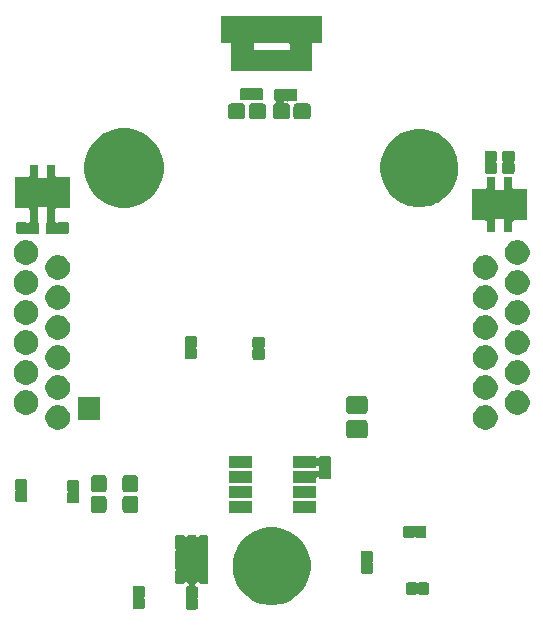
<source format=gbr>
G04 #@! TF.GenerationSoftware,KiCad,Pcbnew,(5.1.0)-1*
G04 #@! TF.CreationDate,2019-06-21T14:43:24-03:00*
G04 #@! TF.ProjectId,PCB_C,5043425f-432e-46b6-9963-61645f706362,rev?*
G04 #@! TF.SameCoordinates,Original*
G04 #@! TF.FileFunction,Soldermask,Top*
G04 #@! TF.FilePolarity,Negative*
%FSLAX46Y46*%
G04 Gerber Fmt 4.6, Leading zero omitted, Abs format (unit mm)*
G04 Created by KiCad (PCBNEW (5.1.0)-1) date 2019-06-21 14:43:24*
%MOMM*%
%LPD*%
G04 APERTURE LIST*
%ADD10C,0.100000*%
G04 APERTURE END LIST*
D10*
G36*
X2539208Y-27603235D02*
G01*
X2564886Y-27611025D01*
X2588557Y-27623677D01*
X2609300Y-27640700D01*
X2626324Y-27661445D01*
X2639760Y-27686582D01*
X2653373Y-27706957D01*
X2670700Y-27724284D01*
X2691074Y-27737898D01*
X2713713Y-27747276D01*
X2737746Y-27752057D01*
X2762250Y-27752057D01*
X2786283Y-27747277D01*
X2808922Y-27737900D01*
X2829297Y-27724287D01*
X2846624Y-27706960D01*
X2860240Y-27686582D01*
X2873676Y-27661445D01*
X2890700Y-27640700D01*
X2911443Y-27623677D01*
X2935114Y-27611025D01*
X2960792Y-27603235D01*
X2993640Y-27600000D01*
X3506360Y-27600000D01*
X3539208Y-27603235D01*
X3564886Y-27611025D01*
X3588557Y-27623677D01*
X3609300Y-27640700D01*
X3626324Y-27661445D01*
X3639760Y-27686582D01*
X3653373Y-27706957D01*
X3670700Y-27724284D01*
X3691074Y-27737898D01*
X3713713Y-27747276D01*
X3737746Y-27752057D01*
X3762250Y-27752057D01*
X3786283Y-27747277D01*
X3808922Y-27737900D01*
X3829297Y-27724287D01*
X3846624Y-27706960D01*
X3860240Y-27686582D01*
X3873676Y-27661445D01*
X3890700Y-27640700D01*
X3911443Y-27623677D01*
X3935114Y-27611025D01*
X3960792Y-27603235D01*
X3993640Y-27600000D01*
X4506360Y-27600000D01*
X4539208Y-27603235D01*
X4564886Y-27611025D01*
X4588557Y-27623677D01*
X4609300Y-27640700D01*
X4626323Y-27661443D01*
X4638975Y-27685114D01*
X4646765Y-27710792D01*
X4650000Y-27743640D01*
X4650000Y-28656360D01*
X4646765Y-28689208D01*
X4638976Y-28714884D01*
X4632244Y-28727478D01*
X4622867Y-28750117D01*
X4618086Y-28774150D01*
X4618086Y-28798654D01*
X4622866Y-28822687D01*
X4631331Y-28843122D01*
X4644924Y-28887933D01*
X4650000Y-28939474D01*
X4650000Y-30360526D01*
X4644924Y-30412067D01*
X4631331Y-30456877D01*
X4622867Y-30477310D01*
X4618086Y-30501343D01*
X4618086Y-30525847D01*
X4622866Y-30549881D01*
X4632244Y-30572522D01*
X4638976Y-30585116D01*
X4646765Y-30610792D01*
X4650000Y-30643640D01*
X4650000Y-31556360D01*
X4646765Y-31589208D01*
X4638975Y-31614886D01*
X4626323Y-31638557D01*
X4609300Y-31659300D01*
X4588557Y-31676323D01*
X4564886Y-31688975D01*
X4539208Y-31696765D01*
X4506360Y-31700000D01*
X3993640Y-31700000D01*
X3960792Y-31696765D01*
X3935114Y-31688975D01*
X3911443Y-31676323D01*
X3890700Y-31659300D01*
X3873676Y-31638555D01*
X3860240Y-31613418D01*
X3846627Y-31593043D01*
X3829300Y-31575716D01*
X3808926Y-31562102D01*
X3786287Y-31552724D01*
X3762254Y-31547943D01*
X3737750Y-31547943D01*
X3713717Y-31552723D01*
X3691078Y-31562100D01*
X3670703Y-31575713D01*
X3653376Y-31593040D01*
X3639760Y-31613418D01*
X3626324Y-31638555D01*
X3609300Y-31659300D01*
X3588556Y-31676323D01*
X3565504Y-31688645D01*
X3545129Y-31702259D01*
X3527802Y-31719586D01*
X3514188Y-31739960D01*
X3504811Y-31762599D01*
X3500030Y-31786632D01*
X3500030Y-31811136D01*
X3504810Y-31835170D01*
X3514187Y-31857808D01*
X3527801Y-31878183D01*
X3545128Y-31895510D01*
X3565502Y-31909124D01*
X3588141Y-31918501D01*
X3612177Y-31923282D01*
X3620974Y-31924148D01*
X3655567Y-31934642D01*
X3687440Y-31951678D01*
X3715386Y-31974614D01*
X3738322Y-32002560D01*
X3755358Y-32034433D01*
X3765852Y-32069026D01*
X3770000Y-32111141D01*
X3770000Y-32718859D01*
X3765852Y-32760974D01*
X3755358Y-32795567D01*
X3734213Y-32835127D01*
X3730244Y-32841066D01*
X3720865Y-32863703D01*
X3716082Y-32887736D01*
X3716080Y-32912240D01*
X3720858Y-32936274D01*
X3730233Y-32958914D01*
X3734206Y-32964861D01*
X3755358Y-33004433D01*
X3765852Y-33039026D01*
X3770000Y-33081141D01*
X3770000Y-33688859D01*
X3765852Y-33730974D01*
X3755358Y-33765567D01*
X3738322Y-33797440D01*
X3715386Y-33825386D01*
X3687440Y-33848322D01*
X3655567Y-33865358D01*
X3620974Y-33875852D01*
X3578859Y-33880000D01*
X2921141Y-33880000D01*
X2879026Y-33875852D01*
X2844433Y-33865358D01*
X2812560Y-33848322D01*
X2784614Y-33825386D01*
X2761678Y-33797440D01*
X2744642Y-33765567D01*
X2734148Y-33730974D01*
X2730000Y-33688859D01*
X2730000Y-33081141D01*
X2734148Y-33039026D01*
X2744642Y-33004433D01*
X2765787Y-32964873D01*
X2769756Y-32958934D01*
X2779135Y-32936297D01*
X2783918Y-32912264D01*
X2783920Y-32887760D01*
X2779142Y-32863726D01*
X2769767Y-32841086D01*
X2765794Y-32835139D01*
X2744642Y-32795567D01*
X2734148Y-32760974D01*
X2730000Y-32718859D01*
X2730000Y-32111141D01*
X2734148Y-32069026D01*
X2744642Y-32034433D01*
X2761678Y-32002560D01*
X2784614Y-31974614D01*
X2812560Y-31951678D01*
X2844433Y-31934642D01*
X2879026Y-31924148D01*
X2887823Y-31923282D01*
X2911856Y-31918502D01*
X2934495Y-31909125D01*
X2954870Y-31895512D01*
X2972197Y-31878185D01*
X2985811Y-31857811D01*
X2995189Y-31835172D01*
X2999970Y-31811139D01*
X2999970Y-31786635D01*
X2995190Y-31762602D01*
X2985813Y-31739963D01*
X2972200Y-31719588D01*
X2954873Y-31702261D01*
X2934496Y-31688645D01*
X2911444Y-31676323D01*
X2890700Y-31659300D01*
X2873676Y-31638555D01*
X2860240Y-31613418D01*
X2846627Y-31593043D01*
X2829300Y-31575716D01*
X2808926Y-31562102D01*
X2786287Y-31552724D01*
X2762254Y-31547943D01*
X2737750Y-31547943D01*
X2713717Y-31552723D01*
X2691078Y-31562100D01*
X2670703Y-31575713D01*
X2653376Y-31593040D01*
X2639760Y-31613418D01*
X2626324Y-31638555D01*
X2609300Y-31659300D01*
X2588557Y-31676323D01*
X2564886Y-31688975D01*
X2539208Y-31696765D01*
X2506360Y-31700000D01*
X1993640Y-31700000D01*
X1960792Y-31696765D01*
X1935114Y-31688975D01*
X1911443Y-31676323D01*
X1890700Y-31659300D01*
X1873677Y-31638557D01*
X1861025Y-31614886D01*
X1853235Y-31589208D01*
X1850000Y-31556360D01*
X1850000Y-30643640D01*
X1853235Y-30610792D01*
X1861024Y-30585116D01*
X1867756Y-30572522D01*
X1877133Y-30549883D01*
X1881914Y-30525850D01*
X1881914Y-30501346D01*
X1877134Y-30477313D01*
X1868669Y-30456878D01*
X1855076Y-30412067D01*
X1850000Y-30360526D01*
X1850000Y-28939474D01*
X1855076Y-28887933D01*
X1868669Y-28843123D01*
X1877133Y-28822690D01*
X1881914Y-28798657D01*
X1881914Y-28774153D01*
X1877134Y-28750119D01*
X1867756Y-28727478D01*
X1861024Y-28714884D01*
X1853235Y-28689208D01*
X1850000Y-28656360D01*
X1850000Y-27743640D01*
X1853235Y-27710792D01*
X1861025Y-27685114D01*
X1873677Y-27661443D01*
X1890700Y-27640700D01*
X1911443Y-27623677D01*
X1935114Y-27611025D01*
X1960792Y-27603235D01*
X1993640Y-27600000D01*
X2506360Y-27600000D01*
X2539208Y-27603235D01*
X2539208Y-27603235D01*
G37*
G36*
X-879026Y-31874148D02*
G01*
X-844433Y-31884642D01*
X-812560Y-31901678D01*
X-784614Y-31924614D01*
X-761678Y-31952560D01*
X-744642Y-31984433D01*
X-734148Y-32019026D01*
X-730000Y-32061141D01*
X-730000Y-32668859D01*
X-734148Y-32710974D01*
X-744642Y-32745567D01*
X-765787Y-32785127D01*
X-769756Y-32791066D01*
X-779135Y-32813703D01*
X-783918Y-32837736D01*
X-783920Y-32862240D01*
X-779142Y-32886274D01*
X-769767Y-32908914D01*
X-765794Y-32914861D01*
X-744642Y-32954433D01*
X-734148Y-32989026D01*
X-730000Y-33031141D01*
X-730000Y-33638859D01*
X-734148Y-33680974D01*
X-744642Y-33715567D01*
X-761678Y-33747440D01*
X-784614Y-33775386D01*
X-812560Y-33798322D01*
X-844433Y-33815358D01*
X-879026Y-33825852D01*
X-921141Y-33830000D01*
X-1578859Y-33830000D01*
X-1620974Y-33825852D01*
X-1655567Y-33815358D01*
X-1687440Y-33798322D01*
X-1715386Y-33775386D01*
X-1738322Y-33747440D01*
X-1755358Y-33715567D01*
X-1765852Y-33680974D01*
X-1770000Y-33638859D01*
X-1770000Y-33031141D01*
X-1765852Y-32989026D01*
X-1755358Y-32954433D01*
X-1734213Y-32914873D01*
X-1730244Y-32908934D01*
X-1720865Y-32886297D01*
X-1716082Y-32862264D01*
X-1716080Y-32837760D01*
X-1720858Y-32813726D01*
X-1730233Y-32791086D01*
X-1734206Y-32785139D01*
X-1755358Y-32745567D01*
X-1765852Y-32710974D01*
X-1770000Y-32668859D01*
X-1770000Y-32061141D01*
X-1765852Y-32019026D01*
X-1755358Y-31984433D01*
X-1738322Y-31952560D01*
X-1715386Y-31924614D01*
X-1687440Y-31901678D01*
X-1655567Y-31884642D01*
X-1620974Y-31874148D01*
X-1578859Y-31870000D01*
X-921141Y-31870000D01*
X-879026Y-31874148D01*
X-879026Y-31874148D01*
G37*
G36*
X10643798Y-26963409D02*
G01*
X10962574Y-27026817D01*
X11563136Y-27275578D01*
X12079774Y-27620785D01*
X12103627Y-27636723D01*
X12563277Y-28096373D01*
X12924423Y-28636866D01*
X12961956Y-28727478D01*
X13110519Y-29086141D01*
X13173183Y-29237427D01*
X13300000Y-29874977D01*
X13300000Y-30525023D01*
X13248783Y-30782509D01*
X13173183Y-31162574D01*
X13010071Y-31556360D01*
X12924645Y-31762599D01*
X12924422Y-31763136D01*
X12563277Y-32303627D01*
X12103627Y-32763277D01*
X11563136Y-33124422D01*
X10962574Y-33373183D01*
X10643798Y-33436591D01*
X10325023Y-33500000D01*
X9674977Y-33500000D01*
X9356202Y-33436591D01*
X9037426Y-33373183D01*
X8436864Y-33124422D01*
X7896373Y-32763277D01*
X7436723Y-32303627D01*
X7075578Y-31763136D01*
X7075356Y-31762599D01*
X6989929Y-31556360D01*
X6826817Y-31162574D01*
X6751217Y-30782509D01*
X6700000Y-30525023D01*
X6700000Y-29874977D01*
X6826817Y-29237427D01*
X6889482Y-29086141D01*
X7038044Y-28727478D01*
X7075577Y-28636866D01*
X7436723Y-28096373D01*
X7896373Y-27636723D01*
X7920226Y-27620785D01*
X8436864Y-27275578D01*
X9037426Y-27026817D01*
X9356202Y-26963409D01*
X9674977Y-26900000D01*
X10325023Y-26900000D01*
X10643798Y-26963409D01*
X10643798Y-26963409D01*
G37*
G36*
X22210974Y-31584148D02*
G01*
X22245567Y-31594642D01*
X22285127Y-31615787D01*
X22291066Y-31619756D01*
X22313703Y-31629135D01*
X22337736Y-31633918D01*
X22362240Y-31633920D01*
X22386274Y-31629142D01*
X22408914Y-31619767D01*
X22414861Y-31615794D01*
X22454433Y-31594642D01*
X22489026Y-31584148D01*
X22531141Y-31580000D01*
X23138859Y-31580000D01*
X23180974Y-31584148D01*
X23215567Y-31594642D01*
X23247440Y-31611678D01*
X23275386Y-31634614D01*
X23298322Y-31662560D01*
X23315358Y-31694433D01*
X23325852Y-31729026D01*
X23330000Y-31771141D01*
X23330000Y-32428859D01*
X23325852Y-32470974D01*
X23315358Y-32505567D01*
X23298322Y-32537440D01*
X23275386Y-32565386D01*
X23247440Y-32588322D01*
X23215567Y-32605358D01*
X23180974Y-32615852D01*
X23138859Y-32620000D01*
X22531141Y-32620000D01*
X22489026Y-32615852D01*
X22454433Y-32605358D01*
X22414873Y-32584213D01*
X22408934Y-32580244D01*
X22386297Y-32570865D01*
X22362264Y-32566082D01*
X22337760Y-32566080D01*
X22313726Y-32570858D01*
X22291086Y-32580233D01*
X22285139Y-32584206D01*
X22245567Y-32605358D01*
X22210974Y-32615852D01*
X22168859Y-32620000D01*
X21561141Y-32620000D01*
X21519026Y-32615852D01*
X21484433Y-32605358D01*
X21452560Y-32588322D01*
X21424614Y-32565386D01*
X21401678Y-32537440D01*
X21384642Y-32505567D01*
X21374148Y-32470974D01*
X21370000Y-32428859D01*
X21370000Y-31771141D01*
X21374148Y-31729026D01*
X21384642Y-31694433D01*
X21401678Y-31662560D01*
X21424614Y-31634614D01*
X21452560Y-31611678D01*
X21484433Y-31594642D01*
X21519026Y-31584148D01*
X21561141Y-31580000D01*
X22168859Y-31580000D01*
X22210974Y-31584148D01*
X22210974Y-31584148D01*
G37*
G36*
X18445974Y-28899148D02*
G01*
X18480567Y-28909642D01*
X18512440Y-28926678D01*
X18540386Y-28949614D01*
X18563322Y-28977560D01*
X18580358Y-29009433D01*
X18590852Y-29044026D01*
X18595000Y-29086141D01*
X18595000Y-29693859D01*
X18590852Y-29735974D01*
X18580358Y-29770567D01*
X18559213Y-29810127D01*
X18555244Y-29816066D01*
X18545865Y-29838703D01*
X18541082Y-29862736D01*
X18541080Y-29887240D01*
X18545858Y-29911274D01*
X18555233Y-29933914D01*
X18559206Y-29939861D01*
X18580358Y-29979433D01*
X18590852Y-30014026D01*
X18595000Y-30056141D01*
X18595000Y-30663859D01*
X18590852Y-30705974D01*
X18580358Y-30740567D01*
X18563322Y-30772440D01*
X18540386Y-30800386D01*
X18512440Y-30823322D01*
X18480567Y-30840358D01*
X18445974Y-30850852D01*
X18403859Y-30855000D01*
X17746141Y-30855000D01*
X17704026Y-30850852D01*
X17669433Y-30840358D01*
X17637560Y-30823322D01*
X17609614Y-30800386D01*
X17586678Y-30772440D01*
X17569642Y-30740567D01*
X17559148Y-30705974D01*
X17555000Y-30663859D01*
X17555000Y-30056141D01*
X17559148Y-30014026D01*
X17569642Y-29979433D01*
X17590787Y-29939873D01*
X17594756Y-29933934D01*
X17604135Y-29911297D01*
X17608918Y-29887264D01*
X17608920Y-29862760D01*
X17604142Y-29838726D01*
X17594767Y-29816086D01*
X17590794Y-29810139D01*
X17569642Y-29770567D01*
X17559148Y-29735974D01*
X17555000Y-29693859D01*
X17555000Y-29086141D01*
X17559148Y-29044026D01*
X17569642Y-29009433D01*
X17586678Y-28977560D01*
X17609614Y-28949614D01*
X17637560Y-28926678D01*
X17669433Y-28909642D01*
X17704026Y-28899148D01*
X17746141Y-28895000D01*
X18403859Y-28895000D01*
X18445974Y-28899148D01*
X18445974Y-28899148D01*
G37*
G36*
X21985974Y-26784148D02*
G01*
X22020567Y-26794642D01*
X22060127Y-26815787D01*
X22066066Y-26819756D01*
X22088703Y-26829135D01*
X22112736Y-26833918D01*
X22137240Y-26833920D01*
X22161274Y-26829142D01*
X22183914Y-26819767D01*
X22189861Y-26815794D01*
X22229433Y-26794642D01*
X22264026Y-26784148D01*
X22306141Y-26780000D01*
X22913859Y-26780000D01*
X22955974Y-26784148D01*
X22990567Y-26794642D01*
X23022440Y-26811678D01*
X23050386Y-26834614D01*
X23073322Y-26862560D01*
X23090358Y-26894433D01*
X23100852Y-26929026D01*
X23105000Y-26971141D01*
X23105000Y-27628859D01*
X23100852Y-27670974D01*
X23090358Y-27705567D01*
X23073322Y-27737440D01*
X23050386Y-27765386D01*
X23022440Y-27788322D01*
X22990567Y-27805358D01*
X22955974Y-27815852D01*
X22913859Y-27820000D01*
X22306141Y-27820000D01*
X22264026Y-27815852D01*
X22229433Y-27805358D01*
X22189873Y-27784213D01*
X22183934Y-27780244D01*
X22161297Y-27770865D01*
X22137264Y-27766082D01*
X22112760Y-27766080D01*
X22088726Y-27770858D01*
X22066086Y-27780233D01*
X22060139Y-27784206D01*
X22020567Y-27805358D01*
X21985974Y-27815852D01*
X21943859Y-27820000D01*
X21336141Y-27820000D01*
X21294026Y-27815852D01*
X21259433Y-27805358D01*
X21227560Y-27788322D01*
X21199614Y-27765386D01*
X21176678Y-27737440D01*
X21159642Y-27705567D01*
X21149148Y-27670974D01*
X21145000Y-27628859D01*
X21145000Y-26971141D01*
X21149148Y-26929026D01*
X21159642Y-26894433D01*
X21176678Y-26862560D01*
X21199614Y-26834614D01*
X21227560Y-26811678D01*
X21259433Y-26794642D01*
X21294026Y-26784148D01*
X21336141Y-26780000D01*
X21943859Y-26780000D01*
X21985974Y-26784148D01*
X21985974Y-26784148D01*
G37*
G36*
X13775000Y-25705000D02*
G01*
X11825000Y-25705000D01*
X11825000Y-24705000D01*
X13775000Y-24705000D01*
X13775000Y-25705000D01*
X13775000Y-25705000D01*
G37*
G36*
X8375000Y-25705000D02*
G01*
X6425000Y-25705000D01*
X6425000Y-24705000D01*
X8375000Y-24705000D01*
X8375000Y-25705000D01*
X8375000Y-25705000D01*
G37*
G36*
X-4196470Y-24255877D02*
G01*
X-4144990Y-24271493D01*
X-4097555Y-24296848D01*
X-4055973Y-24330973D01*
X-4021848Y-24372555D01*
X-3996493Y-24419990D01*
X-3980877Y-24471470D01*
X-3975000Y-24531140D01*
X-3975000Y-25418860D01*
X-3980877Y-25478530D01*
X-3996493Y-25530010D01*
X-4021848Y-25577445D01*
X-4055973Y-25619027D01*
X-4097555Y-25653152D01*
X-4144990Y-25678507D01*
X-4196470Y-25694123D01*
X-4256140Y-25700000D01*
X-5043860Y-25700000D01*
X-5103530Y-25694123D01*
X-5155010Y-25678507D01*
X-5202445Y-25653152D01*
X-5244027Y-25619027D01*
X-5278152Y-25577445D01*
X-5303507Y-25530010D01*
X-5319123Y-25478530D01*
X-5325000Y-25418860D01*
X-5325000Y-24531140D01*
X-5319123Y-24471470D01*
X-5303507Y-24419990D01*
X-5278152Y-24372555D01*
X-5244027Y-24330973D01*
X-5202445Y-24296848D01*
X-5155010Y-24271493D01*
X-5103530Y-24255877D01*
X-5043860Y-24250000D01*
X-4256140Y-24250000D01*
X-4196470Y-24255877D01*
X-4196470Y-24255877D01*
G37*
G36*
X-1496470Y-24255877D02*
G01*
X-1444990Y-24271493D01*
X-1397555Y-24296848D01*
X-1355973Y-24330973D01*
X-1321848Y-24372555D01*
X-1296493Y-24419990D01*
X-1280877Y-24471470D01*
X-1275000Y-24531140D01*
X-1275000Y-25418860D01*
X-1280877Y-25478530D01*
X-1296493Y-25530010D01*
X-1321848Y-25577445D01*
X-1355973Y-25619027D01*
X-1397555Y-25653152D01*
X-1444990Y-25678507D01*
X-1496470Y-25694123D01*
X-1556140Y-25700000D01*
X-2343860Y-25700000D01*
X-2403530Y-25694123D01*
X-2455010Y-25678507D01*
X-2502445Y-25653152D01*
X-2544027Y-25619027D01*
X-2578152Y-25577445D01*
X-2603507Y-25530010D01*
X-2619123Y-25478530D01*
X-2625000Y-25418860D01*
X-2625000Y-24531140D01*
X-2619123Y-24471470D01*
X-2603507Y-24419990D01*
X-2578152Y-24372555D01*
X-2544027Y-24330973D01*
X-2502445Y-24296848D01*
X-2455010Y-24271493D01*
X-2403530Y-24255877D01*
X-2343860Y-24250000D01*
X-1556140Y-24250000D01*
X-1496470Y-24255877D01*
X-1496470Y-24255877D01*
G37*
G36*
X-6429026Y-22939148D02*
G01*
X-6394433Y-22949642D01*
X-6362560Y-22966678D01*
X-6334614Y-22989614D01*
X-6311678Y-23017560D01*
X-6294642Y-23049433D01*
X-6284148Y-23084026D01*
X-6280000Y-23126141D01*
X-6280000Y-23733859D01*
X-6284148Y-23775974D01*
X-6294642Y-23810567D01*
X-6315787Y-23850127D01*
X-6319756Y-23856066D01*
X-6329135Y-23878703D01*
X-6333918Y-23902736D01*
X-6333920Y-23927240D01*
X-6329142Y-23951274D01*
X-6319767Y-23973914D01*
X-6315794Y-23979861D01*
X-6294642Y-24019433D01*
X-6284148Y-24054026D01*
X-6280000Y-24096141D01*
X-6280000Y-24703859D01*
X-6284148Y-24745974D01*
X-6294642Y-24780567D01*
X-6311678Y-24812440D01*
X-6334614Y-24840386D01*
X-6362560Y-24863322D01*
X-6394433Y-24880358D01*
X-6429026Y-24890852D01*
X-6471141Y-24895000D01*
X-7128859Y-24895000D01*
X-7170974Y-24890852D01*
X-7205567Y-24880358D01*
X-7237440Y-24863322D01*
X-7265386Y-24840386D01*
X-7288322Y-24812440D01*
X-7305358Y-24780567D01*
X-7315852Y-24745974D01*
X-7320000Y-24703859D01*
X-7320000Y-24096141D01*
X-7315852Y-24054026D01*
X-7305358Y-24019433D01*
X-7284213Y-23979873D01*
X-7280244Y-23973934D01*
X-7270865Y-23951297D01*
X-7266082Y-23927264D01*
X-7266080Y-23902760D01*
X-7270858Y-23878726D01*
X-7280233Y-23856086D01*
X-7284206Y-23850139D01*
X-7305358Y-23810567D01*
X-7315852Y-23775974D01*
X-7320000Y-23733859D01*
X-7320000Y-23126141D01*
X-7315852Y-23084026D01*
X-7305358Y-23049433D01*
X-7288322Y-23017560D01*
X-7265386Y-22989614D01*
X-7237440Y-22966678D01*
X-7205567Y-22949642D01*
X-7170974Y-22939148D01*
X-7128859Y-22935000D01*
X-6471141Y-22935000D01*
X-6429026Y-22939148D01*
X-6429026Y-22939148D01*
G37*
G36*
X-10829026Y-22824148D02*
G01*
X-10794433Y-22834642D01*
X-10762560Y-22851678D01*
X-10734614Y-22874614D01*
X-10711678Y-22902560D01*
X-10694642Y-22934433D01*
X-10684148Y-22969026D01*
X-10680000Y-23011141D01*
X-10680000Y-23618859D01*
X-10684148Y-23660974D01*
X-10694642Y-23695567D01*
X-10715787Y-23735127D01*
X-10719756Y-23741066D01*
X-10729135Y-23763703D01*
X-10733918Y-23787736D01*
X-10733920Y-23812240D01*
X-10729142Y-23836274D01*
X-10719767Y-23858914D01*
X-10715794Y-23864861D01*
X-10694642Y-23904433D01*
X-10684148Y-23939026D01*
X-10680000Y-23981141D01*
X-10680000Y-24588859D01*
X-10684148Y-24630974D01*
X-10694642Y-24665567D01*
X-10711678Y-24697440D01*
X-10734614Y-24725386D01*
X-10762560Y-24748322D01*
X-10794433Y-24765358D01*
X-10829026Y-24775852D01*
X-10871141Y-24780000D01*
X-11528859Y-24780000D01*
X-11570974Y-24775852D01*
X-11605567Y-24765358D01*
X-11637440Y-24748322D01*
X-11665386Y-24725386D01*
X-11688322Y-24697440D01*
X-11705358Y-24665567D01*
X-11715852Y-24630974D01*
X-11720000Y-24588859D01*
X-11720000Y-23981141D01*
X-11715852Y-23939026D01*
X-11705358Y-23904433D01*
X-11684213Y-23864873D01*
X-11680244Y-23858934D01*
X-11670865Y-23836297D01*
X-11666082Y-23812264D01*
X-11666080Y-23787760D01*
X-11670858Y-23763726D01*
X-11680233Y-23741086D01*
X-11684206Y-23735139D01*
X-11705358Y-23695567D01*
X-11715852Y-23660974D01*
X-11720000Y-23618859D01*
X-11720000Y-23011141D01*
X-11715852Y-22969026D01*
X-11705358Y-22934433D01*
X-11688322Y-22902560D01*
X-11665386Y-22874614D01*
X-11637440Y-22851678D01*
X-11605567Y-22834642D01*
X-11570974Y-22824148D01*
X-11528859Y-22820000D01*
X-10871141Y-22820000D01*
X-10829026Y-22824148D01*
X-10829026Y-22824148D01*
G37*
G36*
X13775000Y-24435000D02*
G01*
X11825000Y-24435000D01*
X11825000Y-23435000D01*
X13775000Y-23435000D01*
X13775000Y-24435000D01*
X13775000Y-24435000D01*
G37*
G36*
X8375000Y-24435000D02*
G01*
X6425000Y-24435000D01*
X6425000Y-23435000D01*
X8375000Y-23435000D01*
X8375000Y-24435000D01*
X8375000Y-24435000D01*
G37*
G36*
X-4196470Y-22505877D02*
G01*
X-4144990Y-22521493D01*
X-4097555Y-22546848D01*
X-4055973Y-22580973D01*
X-4021848Y-22622555D01*
X-3996493Y-22669990D01*
X-3980877Y-22721470D01*
X-3975000Y-22781140D01*
X-3975000Y-23668860D01*
X-3980877Y-23728530D01*
X-3996493Y-23780010D01*
X-4021848Y-23827445D01*
X-4055973Y-23869027D01*
X-4097555Y-23903152D01*
X-4144990Y-23928507D01*
X-4196470Y-23944123D01*
X-4256140Y-23950000D01*
X-5043860Y-23950000D01*
X-5103530Y-23944123D01*
X-5155010Y-23928507D01*
X-5202445Y-23903152D01*
X-5244027Y-23869027D01*
X-5278152Y-23827445D01*
X-5303507Y-23780010D01*
X-5319123Y-23728530D01*
X-5325000Y-23668860D01*
X-5325000Y-22781140D01*
X-5319123Y-22721470D01*
X-5303507Y-22669990D01*
X-5278152Y-22622555D01*
X-5244027Y-22580973D01*
X-5202445Y-22546848D01*
X-5155010Y-22521493D01*
X-5103530Y-22505877D01*
X-5043860Y-22500000D01*
X-4256140Y-22500000D01*
X-4196470Y-22505877D01*
X-4196470Y-22505877D01*
G37*
G36*
X-1496470Y-22505877D02*
G01*
X-1444990Y-22521493D01*
X-1397555Y-22546848D01*
X-1355973Y-22580973D01*
X-1321848Y-22622555D01*
X-1296493Y-22669990D01*
X-1280877Y-22721470D01*
X-1275000Y-22781140D01*
X-1275000Y-23668860D01*
X-1280877Y-23728530D01*
X-1296493Y-23780010D01*
X-1321848Y-23827445D01*
X-1355973Y-23869027D01*
X-1397555Y-23903152D01*
X-1444990Y-23928507D01*
X-1496470Y-23944123D01*
X-1556140Y-23950000D01*
X-2343860Y-23950000D01*
X-2403530Y-23944123D01*
X-2455010Y-23928507D01*
X-2502445Y-23903152D01*
X-2544027Y-23869027D01*
X-2578152Y-23827445D01*
X-2603507Y-23780010D01*
X-2619123Y-23728530D01*
X-2625000Y-23668860D01*
X-2625000Y-22781140D01*
X-2619123Y-22721470D01*
X-2603507Y-22669990D01*
X-2578152Y-22622555D01*
X-2544027Y-22580973D01*
X-2502445Y-22546848D01*
X-2455010Y-22521493D01*
X-2403530Y-22505877D01*
X-2343860Y-22500000D01*
X-1556140Y-22500000D01*
X-1496470Y-22505877D01*
X-1496470Y-22505877D01*
G37*
G36*
X13775000Y-20973234D02*
G01*
X13777402Y-20997620D01*
X13784515Y-21021069D01*
X13796066Y-21042680D01*
X13811611Y-21061622D01*
X13830553Y-21077167D01*
X13852164Y-21088718D01*
X13875613Y-21095831D01*
X13899999Y-21098233D01*
X13924385Y-21095831D01*
X13947834Y-21088718D01*
X13969445Y-21077167D01*
X13988387Y-21061622D01*
X14003932Y-21042680D01*
X14015483Y-21021069D01*
X14019616Y-21009517D01*
X14019641Y-21009434D01*
X14036678Y-20977560D01*
X14059614Y-20949614D01*
X14087560Y-20926678D01*
X14119433Y-20909642D01*
X14154026Y-20899148D01*
X14196141Y-20895000D01*
X14853859Y-20895000D01*
X14895974Y-20899148D01*
X14930567Y-20909642D01*
X14962440Y-20926678D01*
X14990386Y-20949614D01*
X15013322Y-20977560D01*
X15030358Y-21009433D01*
X15040852Y-21044026D01*
X15045000Y-21086141D01*
X15045000Y-21693859D01*
X15040852Y-21735974D01*
X15030358Y-21770567D01*
X15009213Y-21810127D01*
X15005244Y-21816066D01*
X14995865Y-21838703D01*
X14991082Y-21862736D01*
X14991080Y-21887240D01*
X14995858Y-21911274D01*
X15005233Y-21933914D01*
X15009206Y-21939861D01*
X15030358Y-21979433D01*
X15040852Y-22014026D01*
X15045000Y-22056141D01*
X15045000Y-22663859D01*
X15040852Y-22705974D01*
X15030358Y-22740567D01*
X15013322Y-22772440D01*
X14990386Y-22800386D01*
X14962440Y-22823322D01*
X14930567Y-22840358D01*
X14895974Y-22850852D01*
X14853859Y-22855000D01*
X14196141Y-22855000D01*
X14154026Y-22850852D01*
X14119433Y-22840358D01*
X14087560Y-22823322D01*
X14059614Y-22800386D01*
X14036678Y-22772440D01*
X14019641Y-22740566D01*
X14019616Y-22740483D01*
X14010239Y-22717844D01*
X13996626Y-22697469D01*
X13979299Y-22680142D01*
X13958925Y-22666528D01*
X13936286Y-22657150D01*
X13912253Y-22652369D01*
X13887749Y-22652369D01*
X13863716Y-22657149D01*
X13841077Y-22666526D01*
X13820702Y-22680139D01*
X13803375Y-22697466D01*
X13789761Y-22717840D01*
X13780383Y-22740479D01*
X13775602Y-22764512D01*
X13775000Y-22776766D01*
X13775000Y-23165000D01*
X11825000Y-23165000D01*
X11825000Y-22165000D01*
X13880986Y-22165000D01*
X13905372Y-22162598D01*
X13928821Y-22155485D01*
X13950432Y-22143934D01*
X13969374Y-22128389D01*
X13984919Y-22109447D01*
X13996470Y-22087836D01*
X14003583Y-22064387D01*
X14005383Y-22052253D01*
X14007353Y-22032251D01*
X14007353Y-22007747D01*
X14007140Y-22006678D01*
X14015483Y-21991069D01*
X14019616Y-21979517D01*
X14019641Y-21979434D01*
X14040787Y-21939873D01*
X14044756Y-21933934D01*
X14054135Y-21911297D01*
X14058918Y-21887264D01*
X14058920Y-21862760D01*
X14054142Y-21838726D01*
X14044767Y-21816086D01*
X14040794Y-21810139D01*
X14019641Y-21770566D01*
X14019616Y-21770483D01*
X14010239Y-21747844D01*
X13996626Y-21727469D01*
X13979299Y-21710142D01*
X13958925Y-21696528D01*
X13936286Y-21687150D01*
X13912253Y-21682369D01*
X13887749Y-21682369D01*
X13863716Y-21687149D01*
X13841077Y-21696526D01*
X13820702Y-21710139D01*
X13803375Y-21727466D01*
X13789761Y-21747840D01*
X13780383Y-21770479D01*
X13775602Y-21794512D01*
X13775000Y-21806766D01*
X13775000Y-21895000D01*
X11825000Y-21895000D01*
X11825000Y-20895000D01*
X13775000Y-20895000D01*
X13775000Y-20973234D01*
X13775000Y-20973234D01*
G37*
G36*
X8375000Y-23165000D02*
G01*
X6425000Y-23165000D01*
X6425000Y-22165000D01*
X8375000Y-22165000D01*
X8375000Y-23165000D01*
X8375000Y-23165000D01*
G37*
G36*
X8375000Y-21895000D02*
G01*
X6425000Y-21895000D01*
X6425000Y-20895000D01*
X8375000Y-20895000D01*
X8375000Y-21895000D01*
X8375000Y-21895000D01*
G37*
G36*
X17906729Y-17823510D02*
G01*
X17956578Y-17838631D01*
X18002510Y-17863182D01*
X18042774Y-17896226D01*
X18075818Y-17936490D01*
X18100369Y-17982422D01*
X18115490Y-18032271D01*
X18121200Y-18090244D01*
X18121200Y-19095356D01*
X18115490Y-19153329D01*
X18100369Y-19203178D01*
X18075818Y-19249110D01*
X18042774Y-19289374D01*
X18002510Y-19322418D01*
X17956578Y-19346969D01*
X17906729Y-19362090D01*
X17848756Y-19367800D01*
X16593644Y-19367800D01*
X16535671Y-19362090D01*
X16485822Y-19346969D01*
X16439890Y-19322418D01*
X16399626Y-19289374D01*
X16366582Y-19249110D01*
X16342031Y-19203178D01*
X16326910Y-19153329D01*
X16321200Y-19095356D01*
X16321200Y-18090244D01*
X16326910Y-18032271D01*
X16342031Y-17982422D01*
X16366582Y-17936490D01*
X16399626Y-17896226D01*
X16439890Y-17863182D01*
X16485822Y-17838631D01*
X16535671Y-17823510D01*
X16593644Y-17817800D01*
X17848756Y-17817800D01*
X17906729Y-17823510D01*
X17906729Y-17823510D01*
G37*
G36*
X28228687Y-16575027D02*
G01*
X28406274Y-16610350D01*
X28597362Y-16689502D01*
X28769336Y-16804411D01*
X28915589Y-16950664D01*
X29030498Y-17122638D01*
X29109650Y-17313726D01*
X29150000Y-17516584D01*
X29150000Y-17723416D01*
X29109650Y-17926274D01*
X29030498Y-18117362D01*
X28915589Y-18289336D01*
X28769336Y-18435589D01*
X28597362Y-18550498D01*
X28406274Y-18629650D01*
X28228687Y-18664973D01*
X28203417Y-18670000D01*
X27996583Y-18670000D01*
X27971313Y-18664973D01*
X27793726Y-18629650D01*
X27602638Y-18550498D01*
X27430664Y-18435589D01*
X27284411Y-18289336D01*
X27169502Y-18117362D01*
X27090350Y-17926274D01*
X27050000Y-17723416D01*
X27050000Y-17516584D01*
X27090350Y-17313726D01*
X27169502Y-17122638D01*
X27284411Y-16950664D01*
X27430664Y-16804411D01*
X27602638Y-16689502D01*
X27793726Y-16610350D01*
X27971313Y-16575027D01*
X27996583Y-16570000D01*
X28203417Y-16570000D01*
X28228687Y-16575027D01*
X28228687Y-16575027D01*
G37*
G36*
X-7971313Y-16575027D02*
G01*
X-7793726Y-16610350D01*
X-7602638Y-16689502D01*
X-7430664Y-16804411D01*
X-7284411Y-16950664D01*
X-7169502Y-17122638D01*
X-7090350Y-17313726D01*
X-7050000Y-17516584D01*
X-7050000Y-17723416D01*
X-7090350Y-17926274D01*
X-7169502Y-18117362D01*
X-7284411Y-18289336D01*
X-7430664Y-18435589D01*
X-7602638Y-18550498D01*
X-7793726Y-18629650D01*
X-7971313Y-18664973D01*
X-7996583Y-18670000D01*
X-8203417Y-18670000D01*
X-8228687Y-18664973D01*
X-8406274Y-18629650D01*
X-8597362Y-18550498D01*
X-8769336Y-18435589D01*
X-8915589Y-18289336D01*
X-9030498Y-18117362D01*
X-9109650Y-17926274D01*
X-9150000Y-17723416D01*
X-9150000Y-17516584D01*
X-9109650Y-17313726D01*
X-9030498Y-17122638D01*
X-8915589Y-16950664D01*
X-8769336Y-16804411D01*
X-8597362Y-16689502D01*
X-8406274Y-16610350D01*
X-8228687Y-16575027D01*
X-8203417Y-16570000D01*
X-7996583Y-16570000D01*
X-7971313Y-16575027D01*
X-7971313Y-16575027D01*
G37*
G36*
X-4500000Y-17800000D02*
G01*
X-6400000Y-17800000D01*
X-6400000Y-15900000D01*
X-4500000Y-15900000D01*
X-4500000Y-17800000D01*
X-4500000Y-17800000D01*
G37*
G36*
X30928687Y-15305027D02*
G01*
X31106274Y-15340350D01*
X31297362Y-15419502D01*
X31469336Y-15534411D01*
X31615589Y-15680664D01*
X31730498Y-15852638D01*
X31809650Y-16043726D01*
X31850000Y-16246584D01*
X31850000Y-16453416D01*
X31809650Y-16656274D01*
X31730498Y-16847362D01*
X31615589Y-17019336D01*
X31469336Y-17165589D01*
X31297362Y-17280498D01*
X31106274Y-17359650D01*
X30928687Y-17394973D01*
X30903417Y-17400000D01*
X30696583Y-17400000D01*
X30671313Y-17394973D01*
X30493726Y-17359650D01*
X30302638Y-17280498D01*
X30130664Y-17165589D01*
X29984411Y-17019336D01*
X29869502Y-16847362D01*
X29790350Y-16656274D01*
X29750000Y-16453416D01*
X29750000Y-16246584D01*
X29790350Y-16043726D01*
X29869502Y-15852638D01*
X29984411Y-15680664D01*
X30130664Y-15534411D01*
X30302638Y-15419502D01*
X30493726Y-15340350D01*
X30671313Y-15305027D01*
X30696583Y-15300000D01*
X30903417Y-15300000D01*
X30928687Y-15305027D01*
X30928687Y-15305027D01*
G37*
G36*
X-10671313Y-15305027D02*
G01*
X-10493726Y-15340350D01*
X-10302638Y-15419502D01*
X-10130664Y-15534411D01*
X-9984411Y-15680664D01*
X-9869502Y-15852638D01*
X-9790350Y-16043726D01*
X-9750000Y-16246584D01*
X-9750000Y-16453416D01*
X-9790350Y-16656274D01*
X-9869502Y-16847362D01*
X-9984411Y-17019336D01*
X-10130664Y-17165589D01*
X-10302638Y-17280498D01*
X-10493726Y-17359650D01*
X-10671313Y-17394973D01*
X-10696583Y-17400000D01*
X-10903417Y-17400000D01*
X-10928687Y-17394973D01*
X-11106274Y-17359650D01*
X-11297362Y-17280498D01*
X-11469336Y-17165589D01*
X-11615589Y-17019336D01*
X-11730498Y-16847362D01*
X-11809650Y-16656274D01*
X-11850000Y-16453416D01*
X-11850000Y-16246584D01*
X-11809650Y-16043726D01*
X-11730498Y-15852638D01*
X-11615589Y-15680664D01*
X-11469336Y-15534411D01*
X-11297362Y-15419502D01*
X-11106274Y-15340350D01*
X-10928687Y-15305027D01*
X-10903417Y-15300000D01*
X-10696583Y-15300000D01*
X-10671313Y-15305027D01*
X-10671313Y-15305027D01*
G37*
G36*
X17906729Y-15773510D02*
G01*
X17956578Y-15788631D01*
X18002510Y-15813182D01*
X18042774Y-15846226D01*
X18075818Y-15886490D01*
X18100369Y-15932422D01*
X18115490Y-15982271D01*
X18121200Y-16040244D01*
X18121200Y-17045356D01*
X18115490Y-17103329D01*
X18100369Y-17153178D01*
X18075818Y-17199110D01*
X18042774Y-17239374D01*
X18002510Y-17272418D01*
X17956578Y-17296969D01*
X17906729Y-17312090D01*
X17848756Y-17317800D01*
X16593644Y-17317800D01*
X16535671Y-17312090D01*
X16485822Y-17296969D01*
X16439890Y-17272418D01*
X16399626Y-17239374D01*
X16366582Y-17199110D01*
X16342031Y-17153178D01*
X16326910Y-17103329D01*
X16321200Y-17045356D01*
X16321200Y-16040244D01*
X16326910Y-15982271D01*
X16342031Y-15932422D01*
X16366582Y-15886490D01*
X16399626Y-15846226D01*
X16439890Y-15813182D01*
X16485822Y-15788631D01*
X16535671Y-15773510D01*
X16593644Y-15767800D01*
X17848756Y-15767800D01*
X17906729Y-15773510D01*
X17906729Y-15773510D01*
G37*
G36*
X28228687Y-14035027D02*
G01*
X28406274Y-14070350D01*
X28597362Y-14149502D01*
X28769336Y-14264411D01*
X28915589Y-14410664D01*
X29030498Y-14582638D01*
X29109650Y-14773726D01*
X29150000Y-14976584D01*
X29150000Y-15183416D01*
X29109650Y-15386274D01*
X29030498Y-15577362D01*
X28915589Y-15749336D01*
X28769336Y-15895589D01*
X28597362Y-16010498D01*
X28406274Y-16089650D01*
X28228687Y-16124973D01*
X28203417Y-16130000D01*
X27996583Y-16130000D01*
X27971313Y-16124973D01*
X27793726Y-16089650D01*
X27602638Y-16010498D01*
X27430664Y-15895589D01*
X27284411Y-15749336D01*
X27169502Y-15577362D01*
X27090350Y-15386274D01*
X27050000Y-15183416D01*
X27050000Y-14976584D01*
X27090350Y-14773726D01*
X27169502Y-14582638D01*
X27284411Y-14410664D01*
X27430664Y-14264411D01*
X27602638Y-14149502D01*
X27793726Y-14070350D01*
X27971313Y-14035027D01*
X27996583Y-14030000D01*
X28203417Y-14030000D01*
X28228687Y-14035027D01*
X28228687Y-14035027D01*
G37*
G36*
X-7971313Y-14035027D02*
G01*
X-7793726Y-14070350D01*
X-7602638Y-14149502D01*
X-7430664Y-14264411D01*
X-7284411Y-14410664D01*
X-7169502Y-14582638D01*
X-7090350Y-14773726D01*
X-7050000Y-14976584D01*
X-7050000Y-15183416D01*
X-7090350Y-15386274D01*
X-7169502Y-15577362D01*
X-7284411Y-15749336D01*
X-7430664Y-15895589D01*
X-7602638Y-16010498D01*
X-7793726Y-16089650D01*
X-7971313Y-16124973D01*
X-7996583Y-16130000D01*
X-8203417Y-16130000D01*
X-8228687Y-16124973D01*
X-8406274Y-16089650D01*
X-8597362Y-16010498D01*
X-8769336Y-15895589D01*
X-8915589Y-15749336D01*
X-9030498Y-15577362D01*
X-9109650Y-15386274D01*
X-9150000Y-15183416D01*
X-9150000Y-14976584D01*
X-9109650Y-14773726D01*
X-9030498Y-14582638D01*
X-8915589Y-14410664D01*
X-8769336Y-14264411D01*
X-8597362Y-14149502D01*
X-8406274Y-14070350D01*
X-8228687Y-14035027D01*
X-8203417Y-14030000D01*
X-7996583Y-14030000D01*
X-7971313Y-14035027D01*
X-7971313Y-14035027D01*
G37*
G36*
X30928687Y-12765027D02*
G01*
X31106274Y-12800350D01*
X31297362Y-12879502D01*
X31469336Y-12994411D01*
X31615589Y-13140664D01*
X31730498Y-13312638D01*
X31809650Y-13503726D01*
X31850000Y-13706584D01*
X31850000Y-13913416D01*
X31809650Y-14116274D01*
X31730498Y-14307362D01*
X31615589Y-14479336D01*
X31469336Y-14625589D01*
X31297362Y-14740498D01*
X31106274Y-14819650D01*
X30928687Y-14854973D01*
X30903417Y-14860000D01*
X30696583Y-14860000D01*
X30671313Y-14854973D01*
X30493726Y-14819650D01*
X30302638Y-14740498D01*
X30130664Y-14625589D01*
X29984411Y-14479336D01*
X29869502Y-14307362D01*
X29790350Y-14116274D01*
X29750000Y-13913416D01*
X29750000Y-13706584D01*
X29790350Y-13503726D01*
X29869502Y-13312638D01*
X29984411Y-13140664D01*
X30130664Y-12994411D01*
X30302638Y-12879502D01*
X30493726Y-12800350D01*
X30671313Y-12765027D01*
X30696583Y-12760000D01*
X30903417Y-12760000D01*
X30928687Y-12765027D01*
X30928687Y-12765027D01*
G37*
G36*
X-10671313Y-12765027D02*
G01*
X-10493726Y-12800350D01*
X-10302638Y-12879502D01*
X-10130664Y-12994411D01*
X-9984411Y-13140664D01*
X-9869502Y-13312638D01*
X-9790350Y-13503726D01*
X-9750000Y-13706584D01*
X-9750000Y-13913416D01*
X-9790350Y-14116274D01*
X-9869502Y-14307362D01*
X-9984411Y-14479336D01*
X-10130664Y-14625589D01*
X-10302638Y-14740498D01*
X-10493726Y-14819650D01*
X-10671313Y-14854973D01*
X-10696583Y-14860000D01*
X-10903417Y-14860000D01*
X-10928687Y-14854973D01*
X-11106274Y-14819650D01*
X-11297362Y-14740498D01*
X-11469336Y-14625589D01*
X-11615589Y-14479336D01*
X-11730498Y-14307362D01*
X-11809650Y-14116274D01*
X-11850000Y-13913416D01*
X-11850000Y-13706584D01*
X-11809650Y-13503726D01*
X-11730498Y-13312638D01*
X-11615589Y-13140664D01*
X-11469336Y-12994411D01*
X-11297362Y-12879502D01*
X-11106274Y-12800350D01*
X-10928687Y-12765027D01*
X-10903417Y-12760000D01*
X-10696583Y-12760000D01*
X-10671313Y-12765027D01*
X-10671313Y-12765027D01*
G37*
G36*
X-7971313Y-11495027D02*
G01*
X-7793726Y-11530350D01*
X-7602638Y-11609502D01*
X-7430664Y-11724411D01*
X-7284411Y-11870664D01*
X-7169502Y-12042638D01*
X-7090350Y-12233726D01*
X-7050000Y-12436584D01*
X-7050000Y-12643416D01*
X-7090350Y-12846274D01*
X-7169502Y-13037362D01*
X-7284411Y-13209336D01*
X-7430664Y-13355589D01*
X-7602638Y-13470498D01*
X-7793726Y-13549650D01*
X-7971313Y-13584973D01*
X-7996583Y-13590000D01*
X-8203417Y-13590000D01*
X-8228687Y-13584973D01*
X-8406274Y-13549650D01*
X-8597362Y-13470498D01*
X-8769336Y-13355589D01*
X-8915589Y-13209336D01*
X-9030498Y-13037362D01*
X-9109650Y-12846274D01*
X-9150000Y-12643416D01*
X-9150000Y-12436584D01*
X-9109650Y-12233726D01*
X-9030498Y-12042638D01*
X-8915589Y-11870664D01*
X-8769336Y-11724411D01*
X-8597362Y-11609502D01*
X-8406274Y-11530350D01*
X-8228687Y-11495027D01*
X-8203417Y-11490000D01*
X-7996583Y-11490000D01*
X-7971313Y-11495027D01*
X-7971313Y-11495027D01*
G37*
G36*
X28228687Y-11495027D02*
G01*
X28406274Y-11530350D01*
X28597362Y-11609502D01*
X28769336Y-11724411D01*
X28915589Y-11870664D01*
X29030498Y-12042638D01*
X29109650Y-12233726D01*
X29150000Y-12436584D01*
X29150000Y-12643416D01*
X29109650Y-12846274D01*
X29030498Y-13037362D01*
X28915589Y-13209336D01*
X28769336Y-13355589D01*
X28597362Y-13470498D01*
X28406274Y-13549650D01*
X28228687Y-13584973D01*
X28203417Y-13590000D01*
X27996583Y-13590000D01*
X27971313Y-13584973D01*
X27793726Y-13549650D01*
X27602638Y-13470498D01*
X27430664Y-13355589D01*
X27284411Y-13209336D01*
X27169502Y-13037362D01*
X27090350Y-12846274D01*
X27050000Y-12643416D01*
X27050000Y-12436584D01*
X27090350Y-12233726D01*
X27169502Y-12042638D01*
X27284411Y-11870664D01*
X27430664Y-11724411D01*
X27602638Y-11609502D01*
X27793726Y-11530350D01*
X27971313Y-11495027D01*
X27996583Y-11490000D01*
X28203417Y-11490000D01*
X28228687Y-11495027D01*
X28228687Y-11495027D01*
G37*
G36*
X9270974Y-10774148D02*
G01*
X9305567Y-10784642D01*
X9337440Y-10801678D01*
X9365386Y-10824614D01*
X9388322Y-10852560D01*
X9405358Y-10884433D01*
X9415852Y-10919026D01*
X9420000Y-10961141D01*
X9420000Y-11568859D01*
X9415852Y-11610974D01*
X9405358Y-11645567D01*
X9384213Y-11685127D01*
X9380244Y-11691066D01*
X9370865Y-11713703D01*
X9366082Y-11737736D01*
X9366080Y-11762240D01*
X9370858Y-11786274D01*
X9380233Y-11808914D01*
X9384206Y-11814861D01*
X9405358Y-11854433D01*
X9415852Y-11889026D01*
X9420000Y-11931141D01*
X9420000Y-12538859D01*
X9415852Y-12580974D01*
X9405358Y-12615567D01*
X9388322Y-12647440D01*
X9365386Y-12675386D01*
X9337440Y-12698322D01*
X9305567Y-12715358D01*
X9270974Y-12725852D01*
X9228859Y-12730000D01*
X8571141Y-12730000D01*
X8529026Y-12725852D01*
X8494433Y-12715358D01*
X8462560Y-12698322D01*
X8434614Y-12675386D01*
X8411678Y-12647440D01*
X8394642Y-12615567D01*
X8384148Y-12580974D01*
X8380000Y-12538859D01*
X8380000Y-11931141D01*
X8384148Y-11889026D01*
X8394642Y-11854433D01*
X8415787Y-11814873D01*
X8419756Y-11808934D01*
X8429135Y-11786297D01*
X8433918Y-11762264D01*
X8433920Y-11737760D01*
X8429142Y-11713726D01*
X8419767Y-11691086D01*
X8415794Y-11685139D01*
X8394642Y-11645567D01*
X8384148Y-11610974D01*
X8380000Y-11568859D01*
X8380000Y-10961141D01*
X8384148Y-10919026D01*
X8394642Y-10884433D01*
X8411678Y-10852560D01*
X8434614Y-10824614D01*
X8462560Y-10801678D01*
X8494433Y-10784642D01*
X8529026Y-10774148D01*
X8571141Y-10770000D01*
X9228859Y-10770000D01*
X9270974Y-10774148D01*
X9270974Y-10774148D01*
G37*
G36*
X3520974Y-10724148D02*
G01*
X3555567Y-10734642D01*
X3587440Y-10751678D01*
X3615386Y-10774614D01*
X3638322Y-10802560D01*
X3655358Y-10834433D01*
X3665852Y-10869026D01*
X3670000Y-10911141D01*
X3670000Y-11518859D01*
X3665852Y-11560974D01*
X3655358Y-11595567D01*
X3634213Y-11635127D01*
X3630244Y-11641066D01*
X3620865Y-11663703D01*
X3616082Y-11687736D01*
X3616080Y-11712240D01*
X3620858Y-11736274D01*
X3630233Y-11758914D01*
X3634206Y-11764861D01*
X3655358Y-11804433D01*
X3665852Y-11839026D01*
X3670000Y-11881141D01*
X3670000Y-12488859D01*
X3665852Y-12530974D01*
X3655358Y-12565567D01*
X3638322Y-12597440D01*
X3615386Y-12625386D01*
X3587440Y-12648322D01*
X3555567Y-12665358D01*
X3520974Y-12675852D01*
X3478859Y-12680000D01*
X2821141Y-12680000D01*
X2779026Y-12675852D01*
X2744433Y-12665358D01*
X2712560Y-12648322D01*
X2684614Y-12625386D01*
X2661678Y-12597440D01*
X2644642Y-12565567D01*
X2634148Y-12530974D01*
X2630000Y-12488859D01*
X2630000Y-11881141D01*
X2634148Y-11839026D01*
X2644642Y-11804433D01*
X2665787Y-11764873D01*
X2669756Y-11758934D01*
X2679135Y-11736297D01*
X2683918Y-11712264D01*
X2683920Y-11687760D01*
X2679142Y-11663726D01*
X2669767Y-11641086D01*
X2665794Y-11635139D01*
X2644642Y-11595567D01*
X2634148Y-11560974D01*
X2630000Y-11518859D01*
X2630000Y-10911141D01*
X2634148Y-10869026D01*
X2644642Y-10834433D01*
X2661678Y-10802560D01*
X2684614Y-10774614D01*
X2712560Y-10751678D01*
X2744433Y-10734642D01*
X2779026Y-10724148D01*
X2821141Y-10720000D01*
X3478859Y-10720000D01*
X3520974Y-10724148D01*
X3520974Y-10724148D01*
G37*
G36*
X30928687Y-10225027D02*
G01*
X31106274Y-10260350D01*
X31297362Y-10339502D01*
X31469336Y-10454411D01*
X31615589Y-10600664D01*
X31730498Y-10772638D01*
X31809650Y-10963726D01*
X31850000Y-11166584D01*
X31850000Y-11373416D01*
X31809650Y-11576274D01*
X31730498Y-11767362D01*
X31615589Y-11939336D01*
X31469336Y-12085589D01*
X31297362Y-12200498D01*
X31106274Y-12279650D01*
X30928687Y-12314973D01*
X30903417Y-12320000D01*
X30696583Y-12320000D01*
X30671313Y-12314973D01*
X30493726Y-12279650D01*
X30302638Y-12200498D01*
X30130664Y-12085589D01*
X29984411Y-11939336D01*
X29869502Y-11767362D01*
X29790350Y-11576274D01*
X29750000Y-11373416D01*
X29750000Y-11166584D01*
X29790350Y-10963726D01*
X29869502Y-10772638D01*
X29984411Y-10600664D01*
X30130664Y-10454411D01*
X30302638Y-10339502D01*
X30493726Y-10260350D01*
X30671313Y-10225027D01*
X30696583Y-10220000D01*
X30903417Y-10220000D01*
X30928687Y-10225027D01*
X30928687Y-10225027D01*
G37*
G36*
X-10671313Y-10225027D02*
G01*
X-10493726Y-10260350D01*
X-10302638Y-10339502D01*
X-10130664Y-10454411D01*
X-9984411Y-10600664D01*
X-9869502Y-10772638D01*
X-9790350Y-10963726D01*
X-9750000Y-11166584D01*
X-9750000Y-11373416D01*
X-9790350Y-11576274D01*
X-9869502Y-11767362D01*
X-9984411Y-11939336D01*
X-10130664Y-12085589D01*
X-10302638Y-12200498D01*
X-10493726Y-12279650D01*
X-10671313Y-12314973D01*
X-10696583Y-12320000D01*
X-10903417Y-12320000D01*
X-10928687Y-12314973D01*
X-11106274Y-12279650D01*
X-11297362Y-12200498D01*
X-11469336Y-12085589D01*
X-11615589Y-11939336D01*
X-11730498Y-11767362D01*
X-11809650Y-11576274D01*
X-11850000Y-11373416D01*
X-11850000Y-11166584D01*
X-11809650Y-10963726D01*
X-11730498Y-10772638D01*
X-11615589Y-10600664D01*
X-11469336Y-10454411D01*
X-11297362Y-10339502D01*
X-11106274Y-10260350D01*
X-10928687Y-10225027D01*
X-10903417Y-10220000D01*
X-10696583Y-10220000D01*
X-10671313Y-10225027D01*
X-10671313Y-10225027D01*
G37*
G36*
X-7971313Y-8955027D02*
G01*
X-7793726Y-8990350D01*
X-7602638Y-9069502D01*
X-7430664Y-9184411D01*
X-7284411Y-9330664D01*
X-7169502Y-9502638D01*
X-7090350Y-9693726D01*
X-7050000Y-9896584D01*
X-7050000Y-10103416D01*
X-7090350Y-10306274D01*
X-7169502Y-10497362D01*
X-7284411Y-10669336D01*
X-7430664Y-10815589D01*
X-7602638Y-10930498D01*
X-7793726Y-11009650D01*
X-7971313Y-11044973D01*
X-7996583Y-11050000D01*
X-8203417Y-11050000D01*
X-8228687Y-11044973D01*
X-8406274Y-11009650D01*
X-8597362Y-10930498D01*
X-8769336Y-10815589D01*
X-8915589Y-10669336D01*
X-9030498Y-10497362D01*
X-9109650Y-10306274D01*
X-9150000Y-10103416D01*
X-9150000Y-9896584D01*
X-9109650Y-9693726D01*
X-9030498Y-9502638D01*
X-8915589Y-9330664D01*
X-8769336Y-9184411D01*
X-8597362Y-9069502D01*
X-8406274Y-8990350D01*
X-8228687Y-8955027D01*
X-8203417Y-8950000D01*
X-7996583Y-8950000D01*
X-7971313Y-8955027D01*
X-7971313Y-8955027D01*
G37*
G36*
X28228687Y-8955027D02*
G01*
X28406274Y-8990350D01*
X28597362Y-9069502D01*
X28769336Y-9184411D01*
X28915589Y-9330664D01*
X29030498Y-9502638D01*
X29109650Y-9693726D01*
X29150000Y-9896584D01*
X29150000Y-10103416D01*
X29109650Y-10306274D01*
X29030498Y-10497362D01*
X28915589Y-10669336D01*
X28769336Y-10815589D01*
X28597362Y-10930498D01*
X28406274Y-11009650D01*
X28228687Y-11044973D01*
X28203417Y-11050000D01*
X27996583Y-11050000D01*
X27971313Y-11044973D01*
X27793726Y-11009650D01*
X27602638Y-10930498D01*
X27430664Y-10815589D01*
X27284411Y-10669336D01*
X27169502Y-10497362D01*
X27090350Y-10306274D01*
X27050000Y-10103416D01*
X27050000Y-9896584D01*
X27090350Y-9693726D01*
X27169502Y-9502638D01*
X27284411Y-9330664D01*
X27430664Y-9184411D01*
X27602638Y-9069502D01*
X27793726Y-8990350D01*
X27971313Y-8955027D01*
X27996583Y-8950000D01*
X28203417Y-8950000D01*
X28228687Y-8955027D01*
X28228687Y-8955027D01*
G37*
G36*
X-10671313Y-7685027D02*
G01*
X-10493726Y-7720350D01*
X-10302638Y-7799502D01*
X-10130664Y-7914411D01*
X-9984411Y-8060664D01*
X-9869502Y-8232638D01*
X-9790350Y-8423726D01*
X-9750000Y-8626584D01*
X-9750000Y-8833416D01*
X-9790350Y-9036274D01*
X-9869502Y-9227362D01*
X-9984411Y-9399336D01*
X-10130664Y-9545589D01*
X-10302638Y-9660498D01*
X-10493726Y-9739650D01*
X-10671313Y-9774973D01*
X-10696583Y-9780000D01*
X-10903417Y-9780000D01*
X-10928687Y-9774973D01*
X-11106274Y-9739650D01*
X-11297362Y-9660498D01*
X-11469336Y-9545589D01*
X-11615589Y-9399336D01*
X-11730498Y-9227362D01*
X-11809650Y-9036274D01*
X-11850000Y-8833416D01*
X-11850000Y-8626584D01*
X-11809650Y-8423726D01*
X-11730498Y-8232638D01*
X-11615589Y-8060664D01*
X-11469336Y-7914411D01*
X-11297362Y-7799502D01*
X-11106274Y-7720350D01*
X-10928687Y-7685027D01*
X-10903417Y-7680000D01*
X-10696583Y-7680000D01*
X-10671313Y-7685027D01*
X-10671313Y-7685027D01*
G37*
G36*
X30928687Y-7685027D02*
G01*
X31106274Y-7720350D01*
X31297362Y-7799502D01*
X31469336Y-7914411D01*
X31615589Y-8060664D01*
X31730498Y-8232638D01*
X31809650Y-8423726D01*
X31850000Y-8626584D01*
X31850000Y-8833416D01*
X31809650Y-9036274D01*
X31730498Y-9227362D01*
X31615589Y-9399336D01*
X31469336Y-9545589D01*
X31297362Y-9660498D01*
X31106274Y-9739650D01*
X30928687Y-9774973D01*
X30903417Y-9780000D01*
X30696583Y-9780000D01*
X30671313Y-9774973D01*
X30493726Y-9739650D01*
X30302638Y-9660498D01*
X30130664Y-9545589D01*
X29984411Y-9399336D01*
X29869502Y-9227362D01*
X29790350Y-9036274D01*
X29750000Y-8833416D01*
X29750000Y-8626584D01*
X29790350Y-8423726D01*
X29869502Y-8232638D01*
X29984411Y-8060664D01*
X30130664Y-7914411D01*
X30302638Y-7799502D01*
X30493726Y-7720350D01*
X30671313Y-7685027D01*
X30696583Y-7680000D01*
X30903417Y-7680000D01*
X30928687Y-7685027D01*
X30928687Y-7685027D01*
G37*
G36*
X28228687Y-6415027D02*
G01*
X28406274Y-6450350D01*
X28597362Y-6529502D01*
X28769336Y-6644411D01*
X28915589Y-6790664D01*
X29030498Y-6962638D01*
X29109650Y-7153726D01*
X29150000Y-7356584D01*
X29150000Y-7563416D01*
X29109650Y-7766274D01*
X29030498Y-7957362D01*
X28915589Y-8129336D01*
X28769336Y-8275589D01*
X28597362Y-8390498D01*
X28406274Y-8469650D01*
X28228687Y-8504973D01*
X28203417Y-8510000D01*
X27996583Y-8510000D01*
X27971313Y-8504973D01*
X27793726Y-8469650D01*
X27602638Y-8390498D01*
X27430664Y-8275589D01*
X27284411Y-8129336D01*
X27169502Y-7957362D01*
X27090350Y-7766274D01*
X27050000Y-7563416D01*
X27050000Y-7356584D01*
X27090350Y-7153726D01*
X27169502Y-6962638D01*
X27284411Y-6790664D01*
X27430664Y-6644411D01*
X27602638Y-6529502D01*
X27793726Y-6450350D01*
X27971313Y-6415027D01*
X27996583Y-6410000D01*
X28203417Y-6410000D01*
X28228687Y-6415027D01*
X28228687Y-6415027D01*
G37*
G36*
X-7971313Y-6415027D02*
G01*
X-7793726Y-6450350D01*
X-7602638Y-6529502D01*
X-7430664Y-6644411D01*
X-7284411Y-6790664D01*
X-7169502Y-6962638D01*
X-7090350Y-7153726D01*
X-7050000Y-7356584D01*
X-7050000Y-7563416D01*
X-7090350Y-7766274D01*
X-7169502Y-7957362D01*
X-7284411Y-8129336D01*
X-7430664Y-8275589D01*
X-7602638Y-8390498D01*
X-7793726Y-8469650D01*
X-7971313Y-8504973D01*
X-7996583Y-8510000D01*
X-8203417Y-8510000D01*
X-8228687Y-8504973D01*
X-8406274Y-8469650D01*
X-8597362Y-8390498D01*
X-8769336Y-8275589D01*
X-8915589Y-8129336D01*
X-9030498Y-7957362D01*
X-9109650Y-7766274D01*
X-9150000Y-7563416D01*
X-9150000Y-7356584D01*
X-9109650Y-7153726D01*
X-9030498Y-6962638D01*
X-8915589Y-6790664D01*
X-8769336Y-6644411D01*
X-8597362Y-6529502D01*
X-8406274Y-6450350D01*
X-8228687Y-6415027D01*
X-8203417Y-6410000D01*
X-7996583Y-6410000D01*
X-7971313Y-6415027D01*
X-7971313Y-6415027D01*
G37*
G36*
X30928687Y-5145027D02*
G01*
X31106274Y-5180350D01*
X31297362Y-5259502D01*
X31469336Y-5374411D01*
X31615589Y-5520664D01*
X31730498Y-5692638D01*
X31809650Y-5883726D01*
X31850000Y-6086584D01*
X31850000Y-6293416D01*
X31809650Y-6496274D01*
X31730498Y-6687362D01*
X31615589Y-6859336D01*
X31469336Y-7005589D01*
X31297362Y-7120498D01*
X31106274Y-7199650D01*
X30928687Y-7234973D01*
X30903417Y-7240000D01*
X30696583Y-7240000D01*
X30671313Y-7234973D01*
X30493726Y-7199650D01*
X30302638Y-7120498D01*
X30130664Y-7005589D01*
X29984411Y-6859336D01*
X29869502Y-6687362D01*
X29790350Y-6496274D01*
X29750000Y-6293416D01*
X29750000Y-6086584D01*
X29790350Y-5883726D01*
X29869502Y-5692638D01*
X29984411Y-5520664D01*
X30130664Y-5374411D01*
X30302638Y-5259502D01*
X30493726Y-5180350D01*
X30671313Y-5145027D01*
X30696583Y-5140000D01*
X30903417Y-5140000D01*
X30928687Y-5145027D01*
X30928687Y-5145027D01*
G37*
G36*
X-10671313Y-5145027D02*
G01*
X-10493726Y-5180350D01*
X-10302638Y-5259502D01*
X-10130664Y-5374411D01*
X-9984411Y-5520664D01*
X-9869502Y-5692638D01*
X-9790350Y-5883726D01*
X-9750000Y-6086584D01*
X-9750000Y-6293416D01*
X-9790350Y-6496274D01*
X-9869502Y-6687362D01*
X-9984411Y-6859336D01*
X-10130664Y-7005589D01*
X-10302638Y-7120498D01*
X-10493726Y-7199650D01*
X-10671313Y-7234973D01*
X-10696583Y-7240000D01*
X-10903417Y-7240000D01*
X-10928687Y-7234973D01*
X-11106274Y-7199650D01*
X-11297362Y-7120498D01*
X-11469336Y-7005589D01*
X-11615589Y-6859336D01*
X-11730498Y-6687362D01*
X-11809650Y-6496274D01*
X-11850000Y-6293416D01*
X-11850000Y-6086584D01*
X-11809650Y-5883726D01*
X-11730498Y-5692638D01*
X-11615589Y-5520664D01*
X-11469336Y-5374411D01*
X-11297362Y-5259502D01*
X-11106274Y-5180350D01*
X-10928687Y-5145027D01*
X-10903417Y-5140000D01*
X-10696583Y-5140000D01*
X-10671313Y-5145027D01*
X-10671313Y-5145027D01*
G37*
G36*
X-7971313Y-3875027D02*
G01*
X-7793726Y-3910350D01*
X-7602638Y-3989502D01*
X-7430664Y-4104411D01*
X-7284411Y-4250664D01*
X-7169502Y-4422638D01*
X-7090350Y-4613726D01*
X-7050000Y-4816584D01*
X-7050000Y-5023416D01*
X-7090350Y-5226274D01*
X-7169502Y-5417362D01*
X-7284411Y-5589336D01*
X-7430664Y-5735589D01*
X-7602638Y-5850498D01*
X-7793726Y-5929650D01*
X-7971313Y-5964973D01*
X-7996583Y-5970000D01*
X-8203417Y-5970000D01*
X-8228687Y-5964973D01*
X-8406274Y-5929650D01*
X-8597362Y-5850498D01*
X-8769336Y-5735589D01*
X-8915589Y-5589336D01*
X-9030498Y-5417362D01*
X-9109650Y-5226274D01*
X-9150000Y-5023416D01*
X-9150000Y-4816584D01*
X-9109650Y-4613726D01*
X-9030498Y-4422638D01*
X-8915589Y-4250664D01*
X-8769336Y-4104411D01*
X-8597362Y-3989502D01*
X-8406274Y-3910350D01*
X-8228687Y-3875027D01*
X-8203417Y-3870000D01*
X-7996583Y-3870000D01*
X-7971313Y-3875027D01*
X-7971313Y-3875027D01*
G37*
G36*
X28228687Y-3875027D02*
G01*
X28406274Y-3910350D01*
X28597362Y-3989502D01*
X28769336Y-4104411D01*
X28915589Y-4250664D01*
X29030498Y-4422638D01*
X29109650Y-4613726D01*
X29150000Y-4816584D01*
X29150000Y-5023416D01*
X29109650Y-5226274D01*
X29030498Y-5417362D01*
X28915589Y-5589336D01*
X28769336Y-5735589D01*
X28597362Y-5850498D01*
X28406274Y-5929650D01*
X28228687Y-5964973D01*
X28203417Y-5970000D01*
X27996583Y-5970000D01*
X27971313Y-5964973D01*
X27793726Y-5929650D01*
X27602638Y-5850498D01*
X27430664Y-5735589D01*
X27284411Y-5589336D01*
X27169502Y-5417362D01*
X27090350Y-5226274D01*
X27050000Y-5023416D01*
X27050000Y-4816584D01*
X27090350Y-4613726D01*
X27169502Y-4422638D01*
X27284411Y-4250664D01*
X27430664Y-4104411D01*
X27602638Y-3989502D01*
X27793726Y-3910350D01*
X27971313Y-3875027D01*
X27996583Y-3870000D01*
X28203417Y-3870000D01*
X28228687Y-3875027D01*
X28228687Y-3875027D01*
G37*
G36*
X30928687Y-2605027D02*
G01*
X31106274Y-2640350D01*
X31297362Y-2719502D01*
X31469336Y-2834411D01*
X31615589Y-2980664D01*
X31730498Y-3152638D01*
X31809650Y-3343726D01*
X31850000Y-3546584D01*
X31850000Y-3753416D01*
X31809650Y-3956274D01*
X31730498Y-4147362D01*
X31615589Y-4319336D01*
X31469336Y-4465589D01*
X31297362Y-4580498D01*
X31106274Y-4659650D01*
X30928687Y-4694973D01*
X30903417Y-4700000D01*
X30696583Y-4700000D01*
X30671313Y-4694973D01*
X30493726Y-4659650D01*
X30302638Y-4580498D01*
X30130664Y-4465589D01*
X29984411Y-4319336D01*
X29869502Y-4147362D01*
X29790350Y-3956274D01*
X29750000Y-3753416D01*
X29750000Y-3546584D01*
X29790350Y-3343726D01*
X29869502Y-3152638D01*
X29984411Y-2980664D01*
X30130664Y-2834411D01*
X30302638Y-2719502D01*
X30493726Y-2640350D01*
X30671313Y-2605027D01*
X30696583Y-2600000D01*
X30903417Y-2600000D01*
X30928687Y-2605027D01*
X30928687Y-2605027D01*
G37*
G36*
X-10671313Y-2605027D02*
G01*
X-10493726Y-2640350D01*
X-10302638Y-2719502D01*
X-10130664Y-2834411D01*
X-9984411Y-2980664D01*
X-9869502Y-3152638D01*
X-9790350Y-3343726D01*
X-9750000Y-3546584D01*
X-9750000Y-3753416D01*
X-9790350Y-3956274D01*
X-9869502Y-4147362D01*
X-9984411Y-4319336D01*
X-10130664Y-4465589D01*
X-10302638Y-4580498D01*
X-10493726Y-4659650D01*
X-10671313Y-4694973D01*
X-10696583Y-4700000D01*
X-10903417Y-4700000D01*
X-10928687Y-4694973D01*
X-11106274Y-4659650D01*
X-11297362Y-4580498D01*
X-11469336Y-4465589D01*
X-11615589Y-4319336D01*
X-11730498Y-4147362D01*
X-11809650Y-3956274D01*
X-11850000Y-3753416D01*
X-11850000Y-3546584D01*
X-11809650Y-3343726D01*
X-11730498Y-3152638D01*
X-11615589Y-2980664D01*
X-11469336Y-2834411D01*
X-11297362Y-2719502D01*
X-11106274Y-2640350D01*
X-10928687Y-2605027D01*
X-10903417Y-2600000D01*
X-10696583Y-2600000D01*
X-10671313Y-2605027D01*
X-10671313Y-2605027D01*
G37*
G36*
X-9810000Y2774999D02*
G01*
X-9807598Y2750613D01*
X-9800485Y2727164D01*
X-9788934Y2705553D01*
X-9773389Y2686611D01*
X-9754447Y2671066D01*
X-9732836Y2659515D01*
X-9709387Y2652402D01*
X-9685001Y2650000D01*
X-9114999Y2650000D01*
X-9090613Y2652402D01*
X-9067164Y2659515D01*
X-9045553Y2671066D01*
X-9026611Y2686611D01*
X-9011066Y2705553D01*
X-8999515Y2727164D01*
X-8992402Y2750613D01*
X-8990000Y2774999D01*
X-8990000Y3775000D01*
X-8310000Y3775000D01*
X-8310000Y2889999D01*
X-8307598Y2865613D01*
X-8300485Y2842164D01*
X-8288934Y2820553D01*
X-8273389Y2801611D01*
X-8254447Y2786066D01*
X-8232836Y2774515D01*
X-8209387Y2767402D01*
X-8185001Y2765000D01*
X-7050000Y2765000D01*
X-7050000Y85000D01*
X-8185001Y85000D01*
X-8209387Y82598D01*
X-8232836Y75485D01*
X-8254447Y63934D01*
X-8273389Y48389D01*
X-8288934Y29447D01*
X-8300485Y7836D01*
X-8307598Y-15613D01*
X-8310000Y-39999D01*
X-8310000Y-990019D01*
X-8307598Y-1014405D01*
X-8300485Y-1037854D01*
X-8288934Y-1059465D01*
X-8273389Y-1078407D01*
X-8243926Y-1100258D01*
X-8214869Y-1115789D01*
X-8208934Y-1119756D01*
X-8186297Y-1129135D01*
X-8162264Y-1133918D01*
X-8137760Y-1133920D01*
X-8113726Y-1129142D01*
X-8091086Y-1119767D01*
X-8085139Y-1115794D01*
X-8045567Y-1094642D01*
X-8010974Y-1084148D01*
X-7968859Y-1080000D01*
X-7361141Y-1080000D01*
X-7319026Y-1084148D01*
X-7284433Y-1094642D01*
X-7252560Y-1111678D01*
X-7224614Y-1134614D01*
X-7201678Y-1162560D01*
X-7184642Y-1194433D01*
X-7174148Y-1229026D01*
X-7170000Y-1271141D01*
X-7170000Y-1928859D01*
X-7174148Y-1970974D01*
X-7184642Y-2005567D01*
X-7201678Y-2037440D01*
X-7224614Y-2065386D01*
X-7252560Y-2088322D01*
X-7284433Y-2105358D01*
X-7319026Y-2115852D01*
X-7361141Y-2120000D01*
X-7968859Y-2120000D01*
X-8010974Y-2115852D01*
X-8045567Y-2105358D01*
X-8085127Y-2084213D01*
X-8091066Y-2080244D01*
X-8113703Y-2070865D01*
X-8137736Y-2066082D01*
X-8162240Y-2066080D01*
X-8186274Y-2070858D01*
X-8208914Y-2080233D01*
X-8214861Y-2084206D01*
X-8254433Y-2105358D01*
X-8289026Y-2115852D01*
X-8331141Y-2120000D01*
X-8938859Y-2120000D01*
X-8980974Y-2115852D01*
X-9015567Y-2105358D01*
X-9047440Y-2088322D01*
X-9075386Y-2065386D01*
X-9098322Y-2037440D01*
X-9115358Y-2005567D01*
X-9125852Y-1970974D01*
X-9130000Y-1928859D01*
X-9130000Y-1271141D01*
X-9125852Y-1229026D01*
X-9115358Y-1194433D01*
X-9098322Y-1162560D01*
X-9075386Y-1134614D01*
X-9039884Y-1105477D01*
X-9035712Y-1102690D01*
X-9018383Y-1085366D01*
X-9004767Y-1064993D01*
X-8995387Y-1042355D01*
X-8990603Y-1018323D01*
X-8990000Y-1006055D01*
X-8990000Y75001D01*
X-8992402Y99387D01*
X-8999515Y122836D01*
X-9011066Y144447D01*
X-9026611Y163389D01*
X-9045553Y178934D01*
X-9067164Y190485D01*
X-9090613Y197598D01*
X-9114999Y200000D01*
X-9685001Y200000D01*
X-9709387Y197598D01*
X-9732836Y190485D01*
X-9754447Y178934D01*
X-9773389Y163389D01*
X-9788934Y144447D01*
X-9800485Y122836D01*
X-9807598Y99387D01*
X-9810000Y75001D01*
X-9810000Y-1006055D01*
X-9807598Y-1030441D01*
X-9800485Y-1053890D01*
X-9788934Y-1075501D01*
X-9773389Y-1094443D01*
X-9762005Y-1103786D01*
X-9762074Y-1103870D01*
X-9724614Y-1134614D01*
X-9701678Y-1162560D01*
X-9684642Y-1194433D01*
X-9674148Y-1229026D01*
X-9670000Y-1271141D01*
X-9670000Y-1928859D01*
X-9674148Y-1970974D01*
X-9684642Y-2005567D01*
X-9701678Y-2037440D01*
X-9724614Y-2065386D01*
X-9752560Y-2088322D01*
X-9784433Y-2105358D01*
X-9819026Y-2115852D01*
X-9861141Y-2120000D01*
X-10468859Y-2120000D01*
X-10510974Y-2115852D01*
X-10545567Y-2105358D01*
X-10585127Y-2084213D01*
X-10591066Y-2080244D01*
X-10613703Y-2070865D01*
X-10637736Y-2066082D01*
X-10662240Y-2066080D01*
X-10686274Y-2070858D01*
X-10708914Y-2080233D01*
X-10714861Y-2084206D01*
X-10754433Y-2105358D01*
X-10789026Y-2115852D01*
X-10831141Y-2120000D01*
X-11438859Y-2120000D01*
X-11480974Y-2115852D01*
X-11515567Y-2105358D01*
X-11547440Y-2088322D01*
X-11575386Y-2065386D01*
X-11598322Y-2037440D01*
X-11615358Y-2005567D01*
X-11625852Y-1970974D01*
X-11630000Y-1928859D01*
X-11630000Y-1271141D01*
X-11625852Y-1229026D01*
X-11615358Y-1194433D01*
X-11598322Y-1162560D01*
X-11575386Y-1134614D01*
X-11547440Y-1111678D01*
X-11515567Y-1094642D01*
X-11480974Y-1084148D01*
X-11438859Y-1080000D01*
X-10831141Y-1080000D01*
X-10789026Y-1084148D01*
X-10754433Y-1094642D01*
X-10714873Y-1115787D01*
X-10708934Y-1119756D01*
X-10686297Y-1129135D01*
X-10662264Y-1133918D01*
X-10637760Y-1133920D01*
X-10613726Y-1129142D01*
X-10591086Y-1119767D01*
X-10585143Y-1115796D01*
X-10556074Y-1100258D01*
X-10535700Y-1086644D01*
X-10518373Y-1069317D01*
X-10504759Y-1048942D01*
X-10495382Y-1026303D01*
X-10490000Y-990019D01*
X-10490000Y-39999D01*
X-10492402Y-15613D01*
X-10499515Y7836D01*
X-10511066Y29447D01*
X-10526611Y48389D01*
X-10545553Y63934D01*
X-10567164Y75485D01*
X-10590613Y82598D01*
X-10614999Y85000D01*
X-11750000Y85000D01*
X-11750000Y2765000D01*
X-10614999Y2765000D01*
X-10590613Y2767402D01*
X-10567164Y2774515D01*
X-10545553Y2786066D01*
X-10526611Y2801611D01*
X-10511066Y2820553D01*
X-10499515Y2842164D01*
X-10492402Y2865613D01*
X-10490000Y2889999D01*
X-10490000Y3775000D01*
X-9810000Y3775000D01*
X-9810000Y2774999D01*
X-9810000Y2774999D01*
G37*
G36*
X28890000Y1749999D02*
G01*
X28892402Y1725613D01*
X28899515Y1702164D01*
X28911066Y1680553D01*
X28926611Y1661611D01*
X28945553Y1646066D01*
X28967164Y1634515D01*
X28990613Y1627402D01*
X29014999Y1625000D01*
X29585001Y1625000D01*
X29609387Y1627402D01*
X29632836Y1634515D01*
X29654447Y1646066D01*
X29673389Y1661611D01*
X29688934Y1680553D01*
X29700485Y1702164D01*
X29707598Y1725613D01*
X29710000Y1749999D01*
X29710000Y2750000D01*
X30390000Y2750000D01*
X30390000Y1864999D01*
X30392402Y1840613D01*
X30399515Y1817164D01*
X30411066Y1795553D01*
X30426611Y1776611D01*
X30445553Y1761066D01*
X30467164Y1749515D01*
X30490613Y1742402D01*
X30514999Y1740000D01*
X31650000Y1740000D01*
X31650000Y-940000D01*
X30514999Y-940000D01*
X30490613Y-942402D01*
X30467164Y-949515D01*
X30445553Y-961066D01*
X30426611Y-976611D01*
X30411066Y-995553D01*
X30399515Y-1017164D01*
X30392402Y-1040613D01*
X30390000Y-1064999D01*
X30390000Y-1950000D01*
X29710000Y-1950000D01*
X29710000Y-949999D01*
X29707598Y-925613D01*
X29700485Y-902164D01*
X29688934Y-880553D01*
X29673389Y-861611D01*
X29654447Y-846066D01*
X29632836Y-834515D01*
X29609387Y-827402D01*
X29585001Y-825000D01*
X29014999Y-825000D01*
X28990613Y-827402D01*
X28967164Y-834515D01*
X28945553Y-846066D01*
X28926611Y-861611D01*
X28911066Y-880553D01*
X28899515Y-902164D01*
X28892402Y-925613D01*
X28890000Y-949999D01*
X28890000Y-1950000D01*
X28210000Y-1950000D01*
X28210000Y-1064999D01*
X28207598Y-1040613D01*
X28200485Y-1017164D01*
X28188934Y-995553D01*
X28173389Y-976611D01*
X28154447Y-961066D01*
X28132836Y-949515D01*
X28109387Y-942402D01*
X28085001Y-940000D01*
X26950000Y-940000D01*
X26950000Y1740000D01*
X28085001Y1740000D01*
X28109387Y1742402D01*
X28132836Y1749515D01*
X28154447Y1761066D01*
X28173389Y1776611D01*
X28188934Y1795553D01*
X28200485Y1817164D01*
X28207598Y1840613D01*
X28210000Y1864999D01*
X28210000Y2750000D01*
X28890000Y2750000D01*
X28890000Y1749999D01*
X28890000Y1749999D01*
G37*
G36*
X-1522842Y6721262D02*
G01*
X-913182Y6468732D01*
X-913180Y6468731D01*
X-846867Y6424422D01*
X-364500Y6102115D01*
X102115Y5635500D01*
X468732Y5086818D01*
X721262Y4477158D01*
X850000Y3829948D01*
X850000Y3170052D01*
X721262Y2522842D01*
X478542Y1936866D01*
X468731Y1913180D01*
X102115Y1364500D01*
X-364500Y897885D01*
X-913180Y531269D01*
X-913181Y531268D01*
X-913182Y531268D01*
X-1522842Y278738D01*
X-2170052Y150000D01*
X-2829948Y150000D01*
X-3477158Y278738D01*
X-4086818Y531268D01*
X-4086819Y531268D01*
X-4086820Y531269D01*
X-4635500Y897885D01*
X-5102115Y1364500D01*
X-5468731Y1913180D01*
X-5478542Y1936866D01*
X-5721262Y2522842D01*
X-5850000Y3170052D01*
X-5850000Y3829948D01*
X-5721262Y4477158D01*
X-5468732Y5086818D01*
X-5102115Y5635500D01*
X-4635500Y6102115D01*
X-4153133Y6424422D01*
X-4086820Y6468731D01*
X-4086818Y6468732D01*
X-3477158Y6721262D01*
X-2829948Y6850000D01*
X-2170052Y6850000D01*
X-1522842Y6721262D01*
X-1522842Y6721262D01*
G37*
G36*
X23143798Y6736592D02*
G01*
X23462574Y6673183D01*
X24063136Y6424422D01*
X24603627Y6063277D01*
X25063277Y5603627D01*
X25424422Y5063136D01*
X25673183Y4462574D01*
X25736592Y4143798D01*
X25800000Y3825023D01*
X25800000Y3174977D01*
X25770119Y3024756D01*
X25673183Y2537426D01*
X25424422Y1936864D01*
X25063277Y1396373D01*
X24603627Y936723D01*
X24063136Y575578D01*
X24063135Y575577D01*
X24063134Y575577D01*
X23956165Y531269D01*
X23462574Y326817D01*
X23143798Y263408D01*
X22825023Y200000D01*
X22174977Y200000D01*
X21856202Y263408D01*
X21537426Y326817D01*
X21043835Y531269D01*
X20936866Y575577D01*
X20936865Y575577D01*
X20936864Y575578D01*
X20396373Y936723D01*
X19936723Y1396373D01*
X19575578Y1936864D01*
X19326817Y2537426D01*
X19229881Y3024756D01*
X19200000Y3174977D01*
X19200000Y3825023D01*
X19263408Y4143798D01*
X19326817Y4462574D01*
X19575578Y5063136D01*
X19936723Y5603627D01*
X20396373Y6063277D01*
X20936864Y6424422D01*
X21537426Y6673183D01*
X21856202Y6736592D01*
X22174977Y6800000D01*
X22825023Y6800000D01*
X23143798Y6736592D01*
X23143798Y6736592D01*
G37*
G36*
X28920974Y4975852D02*
G01*
X28955567Y4965358D01*
X28987440Y4948322D01*
X29015386Y4925386D01*
X29038322Y4897440D01*
X29055358Y4865567D01*
X29065852Y4830974D01*
X29070000Y4788859D01*
X29070000Y4181141D01*
X29065852Y4139026D01*
X29055358Y4104433D01*
X29034213Y4064873D01*
X29030244Y4058934D01*
X29020865Y4036297D01*
X29016082Y4012264D01*
X29016080Y3987760D01*
X29020858Y3963726D01*
X29030233Y3941086D01*
X29034206Y3935139D01*
X29055358Y3895567D01*
X29065852Y3860974D01*
X29070000Y3818859D01*
X29070000Y3211141D01*
X29065852Y3169026D01*
X29055358Y3134433D01*
X29038322Y3102560D01*
X29015386Y3074614D01*
X28987440Y3051678D01*
X28955567Y3034642D01*
X28920974Y3024148D01*
X28878859Y3020000D01*
X28221141Y3020000D01*
X28179026Y3024148D01*
X28144433Y3034642D01*
X28112560Y3051678D01*
X28084614Y3074614D01*
X28061678Y3102560D01*
X28044642Y3134433D01*
X28034148Y3169026D01*
X28030000Y3211141D01*
X28030000Y3818859D01*
X28034148Y3860974D01*
X28044642Y3895567D01*
X28065787Y3935127D01*
X28069756Y3941066D01*
X28079135Y3963703D01*
X28083918Y3987736D01*
X28083920Y4012240D01*
X28079142Y4036274D01*
X28069767Y4058914D01*
X28065794Y4064861D01*
X28044642Y4104433D01*
X28034148Y4139026D01*
X28030000Y4181141D01*
X28030000Y4788859D01*
X28034148Y4830974D01*
X28044642Y4865567D01*
X28061678Y4897440D01*
X28084614Y4925386D01*
X28112560Y4948322D01*
X28144433Y4965358D01*
X28179026Y4975852D01*
X28221141Y4980000D01*
X28878859Y4980000D01*
X28920974Y4975852D01*
X28920974Y4975852D01*
G37*
G36*
X30420974Y4975852D02*
G01*
X30455567Y4965358D01*
X30487440Y4948322D01*
X30515386Y4925386D01*
X30538322Y4897440D01*
X30555358Y4865567D01*
X30565852Y4830974D01*
X30570000Y4788859D01*
X30570000Y4181141D01*
X30565852Y4139026D01*
X30555358Y4104433D01*
X30534213Y4064873D01*
X30530244Y4058934D01*
X30520865Y4036297D01*
X30516082Y4012264D01*
X30516080Y3987760D01*
X30520858Y3963726D01*
X30530233Y3941086D01*
X30534206Y3935139D01*
X30555358Y3895567D01*
X30565852Y3860974D01*
X30570000Y3818859D01*
X30570000Y3211141D01*
X30565852Y3169026D01*
X30555358Y3134433D01*
X30538322Y3102560D01*
X30515386Y3074614D01*
X30487440Y3051678D01*
X30455567Y3034642D01*
X30420974Y3024148D01*
X30378859Y3020000D01*
X29721141Y3020000D01*
X29679026Y3024148D01*
X29644433Y3034642D01*
X29612560Y3051678D01*
X29584614Y3074614D01*
X29561678Y3102560D01*
X29544642Y3134433D01*
X29534148Y3169026D01*
X29530000Y3211141D01*
X29530000Y3818859D01*
X29534148Y3860974D01*
X29544642Y3895567D01*
X29565787Y3935127D01*
X29569756Y3941066D01*
X29579135Y3963703D01*
X29583918Y3987736D01*
X29583920Y4012240D01*
X29579142Y4036274D01*
X29569767Y4058914D01*
X29565794Y4064861D01*
X29544642Y4104433D01*
X29534148Y4139026D01*
X29530000Y4181141D01*
X29530000Y4788859D01*
X29534148Y4830974D01*
X29544642Y4865567D01*
X29561678Y4897440D01*
X29584614Y4925386D01*
X29612560Y4948322D01*
X29644433Y4965358D01*
X29679026Y4975852D01*
X29721141Y4980000D01*
X30378859Y4980000D01*
X30420974Y4975852D01*
X30420974Y4975852D01*
G37*
G36*
X7553530Y8969123D02*
G01*
X7605010Y8953507D01*
X7652445Y8928152D01*
X7694027Y8894027D01*
X7728152Y8852445D01*
X7753507Y8805010D01*
X7769123Y8753530D01*
X7775000Y8693860D01*
X7775000Y7906140D01*
X7769123Y7846470D01*
X7753507Y7794990D01*
X7728152Y7747555D01*
X7694027Y7705973D01*
X7652445Y7671848D01*
X7605010Y7646493D01*
X7553530Y7630877D01*
X7493860Y7625000D01*
X6606140Y7625000D01*
X6546470Y7630877D01*
X6494990Y7646493D01*
X6447555Y7671848D01*
X6405973Y7705973D01*
X6371848Y7747555D01*
X6346493Y7794990D01*
X6330877Y7846470D01*
X6325000Y7906140D01*
X6325000Y8693860D01*
X6330877Y8753530D01*
X6346493Y8805010D01*
X6371848Y8852445D01*
X6405973Y8894027D01*
X6447555Y8928152D01*
X6494990Y8953507D01*
X6546470Y8969123D01*
X6606140Y8975000D01*
X7493860Y8975000D01*
X7553530Y8969123D01*
X7553530Y8969123D01*
G37*
G36*
X12074372Y9003373D02*
G01*
X12094747Y8989759D01*
X12117386Y8980382D01*
X12153670Y8975000D01*
X13018860Y8975000D01*
X13078530Y8969123D01*
X13130010Y8953507D01*
X13177445Y8928152D01*
X13219027Y8894027D01*
X13253152Y8852445D01*
X13278507Y8805010D01*
X13294123Y8753530D01*
X13300000Y8693860D01*
X13300000Y7906140D01*
X13294123Y7846470D01*
X13278507Y7794990D01*
X13253152Y7747555D01*
X13219027Y7705973D01*
X13177445Y7671848D01*
X13130010Y7646493D01*
X13078530Y7630877D01*
X13018860Y7625000D01*
X12131140Y7625000D01*
X12071470Y7630877D01*
X12019990Y7646493D01*
X11972555Y7671848D01*
X11930973Y7705973D01*
X11896848Y7747555D01*
X11871493Y7794990D01*
X11855877Y7846470D01*
X11850000Y7906140D01*
X11850000Y8693860D01*
X11855877Y8753530D01*
X11871493Y8805010D01*
X11896848Y8852445D01*
X11930973Y8894027D01*
X11972554Y8928152D01*
X12003630Y8944762D01*
X12024004Y8958375D01*
X12041331Y8975702D01*
X12054945Y8996076D01*
X12062772Y9014973D01*
X12074372Y9003373D01*
X12074372Y9003373D01*
G37*
G36*
X9303530Y8969123D02*
G01*
X9355010Y8953507D01*
X9402445Y8928152D01*
X9444027Y8894027D01*
X9478152Y8852445D01*
X9503507Y8805010D01*
X9519123Y8753530D01*
X9525000Y8693860D01*
X9525000Y7906140D01*
X9519123Y7846470D01*
X9503507Y7794990D01*
X9478152Y7747555D01*
X9444027Y7705973D01*
X9402445Y7671848D01*
X9355010Y7646493D01*
X9303530Y7630877D01*
X9243860Y7625000D01*
X8356140Y7625000D01*
X8296470Y7630877D01*
X8244990Y7646493D01*
X8197555Y7671848D01*
X8155973Y7705973D01*
X8121848Y7747555D01*
X8096493Y7794990D01*
X8080877Y7846470D01*
X8075000Y7906140D01*
X8075000Y8693860D01*
X8080877Y8753530D01*
X8096493Y8805010D01*
X8121848Y8852445D01*
X8155973Y8894027D01*
X8197555Y8928152D01*
X8244990Y8953507D01*
X8296470Y8969123D01*
X8356140Y8975000D01*
X9243860Y8975000D01*
X9303530Y8969123D01*
X9303530Y8969123D01*
G37*
G36*
X11060974Y10215852D02*
G01*
X11095567Y10205358D01*
X11135127Y10184213D01*
X11141066Y10180244D01*
X11163703Y10170865D01*
X11187736Y10166082D01*
X11212240Y10166080D01*
X11236274Y10170858D01*
X11258914Y10180233D01*
X11264861Y10184206D01*
X11304433Y10205358D01*
X11339026Y10215852D01*
X11381141Y10220000D01*
X11988859Y10220000D01*
X12030974Y10215852D01*
X12065567Y10205358D01*
X12097440Y10188322D01*
X12125386Y10165386D01*
X12148322Y10137440D01*
X12165358Y10105567D01*
X12175852Y10070974D01*
X12180000Y10028859D01*
X12180000Y9371141D01*
X12175852Y9329026D01*
X12165358Y9294433D01*
X12148322Y9262560D01*
X12125386Y9234614D01*
X12097442Y9211679D01*
X12094745Y9210238D01*
X12074371Y9196624D01*
X12057044Y9179297D01*
X12043430Y9158922D01*
X12035604Y9140027D01*
X12024005Y9151626D01*
X12003631Y9165240D01*
X11980992Y9174617D01*
X11956958Y9179398D01*
X11944706Y9180000D01*
X11455294Y9180000D01*
X11430908Y9177598D01*
X11407459Y9170485D01*
X11385848Y9158934D01*
X11366906Y9143389D01*
X11351361Y9124447D01*
X11340857Y9104794D01*
X11338927Y9124385D01*
X11331814Y9147834D01*
X11320263Y9169445D01*
X11304718Y9188387D01*
X11275255Y9210238D01*
X11264869Y9215789D01*
X11258934Y9219756D01*
X11236297Y9229135D01*
X11212264Y9233918D01*
X11187760Y9233920D01*
X11163726Y9229142D01*
X11141086Y9219767D01*
X11135143Y9215796D01*
X11124745Y9210238D01*
X11104371Y9196624D01*
X11087044Y9179297D01*
X11073430Y9158922D01*
X11064053Y9136283D01*
X11059273Y9112250D01*
X11059273Y9087746D01*
X11064054Y9063713D01*
X11073431Y9041074D01*
X11087045Y9020700D01*
X11104372Y9003373D01*
X11124747Y8989759D01*
X11147386Y8980382D01*
X11183670Y8975000D01*
X11216330Y8975000D01*
X11240716Y8977402D01*
X11264165Y8984515D01*
X11285776Y8996066D01*
X11304718Y9011611D01*
X11320263Y9030553D01*
X11330767Y9050206D01*
X11332697Y9030615D01*
X11339810Y9007166D01*
X11351361Y8985555D01*
X11366906Y8966613D01*
X11385848Y8951068D01*
X11396370Y8944762D01*
X11427446Y8928152D01*
X11469027Y8894027D01*
X11503152Y8852445D01*
X11528507Y8805010D01*
X11544123Y8753530D01*
X11550000Y8693860D01*
X11550000Y7906140D01*
X11544123Y7846470D01*
X11528507Y7794990D01*
X11503152Y7747555D01*
X11469027Y7705973D01*
X11427445Y7671848D01*
X11380010Y7646493D01*
X11328530Y7630877D01*
X11268860Y7625000D01*
X10381140Y7625000D01*
X10321470Y7630877D01*
X10269990Y7646493D01*
X10222555Y7671848D01*
X10180973Y7705973D01*
X10146848Y7747555D01*
X10121493Y7794990D01*
X10105877Y7846470D01*
X10100000Y7906140D01*
X10100000Y8693860D01*
X10105877Y8753530D01*
X10121493Y8805010D01*
X10146848Y8852445D01*
X10180973Y8894027D01*
X10222555Y8928152D01*
X10269991Y8953507D01*
X10310120Y8965680D01*
X10332759Y8975057D01*
X10353134Y8988671D01*
X10370461Y9005998D01*
X10384075Y9026372D01*
X10393452Y9049011D01*
X10398233Y9073044D01*
X10398233Y9097548D01*
X10393453Y9121581D01*
X10384076Y9144220D01*
X10370462Y9164595D01*
X10353135Y9181922D01*
X10332760Y9195536D01*
X10302560Y9211678D01*
X10274614Y9234614D01*
X10251678Y9262560D01*
X10234642Y9294433D01*
X10224148Y9329026D01*
X10220000Y9371141D01*
X10220000Y10028859D01*
X10224148Y10070974D01*
X10234642Y10105567D01*
X10251678Y10137440D01*
X10274614Y10165386D01*
X10302560Y10188322D01*
X10334433Y10205358D01*
X10369026Y10215852D01*
X10411141Y10220000D01*
X11018859Y10220000D01*
X11060974Y10215852D01*
X11060974Y10215852D01*
G37*
G36*
X8175974Y10265852D02*
G01*
X8210567Y10255358D01*
X8250127Y10234213D01*
X8256066Y10230244D01*
X8278703Y10220865D01*
X8302736Y10216082D01*
X8327240Y10216080D01*
X8351274Y10220858D01*
X8373914Y10230233D01*
X8379861Y10234206D01*
X8419433Y10255358D01*
X8454026Y10265852D01*
X8496141Y10270000D01*
X9103859Y10270000D01*
X9145974Y10265852D01*
X9180567Y10255358D01*
X9212440Y10238322D01*
X9240386Y10215386D01*
X9263322Y10187440D01*
X9280358Y10155567D01*
X9290852Y10120974D01*
X9295000Y10078859D01*
X9295000Y9421141D01*
X9290852Y9379026D01*
X9280358Y9344433D01*
X9263322Y9312560D01*
X9240386Y9284614D01*
X9212440Y9261678D01*
X9180567Y9244642D01*
X9145974Y9234148D01*
X9103859Y9230000D01*
X8496141Y9230000D01*
X8454026Y9234148D01*
X8419433Y9244642D01*
X8379873Y9265787D01*
X8373934Y9269756D01*
X8351297Y9279135D01*
X8327264Y9283918D01*
X8302760Y9283920D01*
X8278726Y9279142D01*
X8256086Y9269767D01*
X8250139Y9265794D01*
X8210567Y9244642D01*
X8175974Y9234148D01*
X8133859Y9230000D01*
X7526141Y9230000D01*
X7484026Y9234148D01*
X7449433Y9244642D01*
X7417560Y9261678D01*
X7389614Y9284614D01*
X7366678Y9312560D01*
X7349642Y9344433D01*
X7339148Y9379026D01*
X7335000Y9421141D01*
X7335000Y10078859D01*
X7339148Y10120974D01*
X7349642Y10155567D01*
X7366678Y10187440D01*
X7389614Y10215386D01*
X7417560Y10238322D01*
X7449433Y10255358D01*
X7484026Y10265852D01*
X7526141Y10270000D01*
X8133859Y10270000D01*
X8175974Y10265852D01*
X8175974Y10265852D01*
G37*
G36*
X14297500Y14096200D02*
G01*
X13524999Y14096200D01*
X13500613Y14093798D01*
X13477164Y14086685D01*
X13455553Y14075134D01*
X13436611Y14059589D01*
X13421066Y14040647D01*
X13409515Y14019036D01*
X13402402Y13995587D01*
X13400000Y13971201D01*
X13400000Y11696200D01*
X6600000Y11696200D01*
X6600000Y13971201D01*
X8475000Y13971201D01*
X8475000Y13601199D01*
X8477402Y13576813D01*
X8484515Y13553364D01*
X8496066Y13531753D01*
X8511611Y13512811D01*
X8530553Y13497266D01*
X8552164Y13485715D01*
X8575613Y13478602D01*
X8599999Y13476200D01*
X11400001Y13476200D01*
X11424387Y13478602D01*
X11447836Y13485715D01*
X11469447Y13497266D01*
X11488389Y13512811D01*
X11503934Y13531753D01*
X11515485Y13553364D01*
X11522598Y13576813D01*
X11525000Y13601199D01*
X11525000Y13971201D01*
X11522598Y13995587D01*
X11515485Y14019036D01*
X11503934Y14040647D01*
X11488389Y14059589D01*
X11469447Y14075134D01*
X11447836Y14086685D01*
X11424387Y14093798D01*
X11400001Y14096200D01*
X8599999Y14096200D01*
X8575613Y14093798D01*
X8552164Y14086685D01*
X8530553Y14075134D01*
X8511611Y14059589D01*
X8496066Y14040647D01*
X8484515Y14019036D01*
X8477402Y13995587D01*
X8475000Y13971201D01*
X6600000Y13971201D01*
X6597598Y13995587D01*
X6590485Y14019036D01*
X6578934Y14040647D01*
X6563389Y14059589D01*
X6544447Y14075134D01*
X6522836Y14086685D01*
X6499387Y14093798D01*
X6475001Y14096200D01*
X5702500Y14096200D01*
X5702500Y16396200D01*
X14297500Y16396200D01*
X14297500Y14096200D01*
X14297500Y14096200D01*
G37*
M02*

</source>
